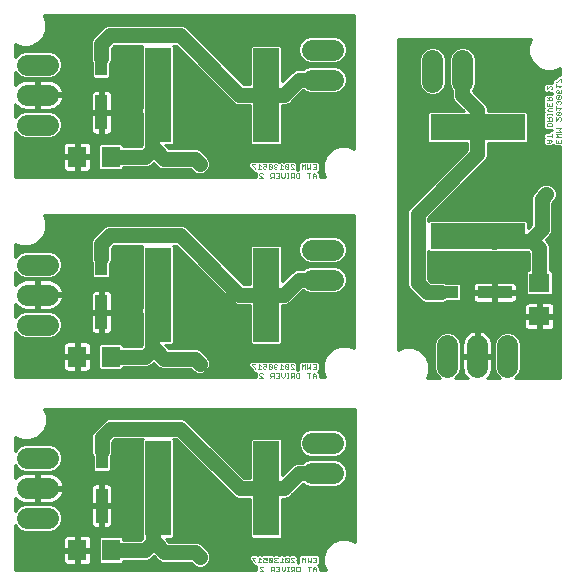
<source format=gbl>
G75*
G70*
%OFA0B0*%
%FSLAX24Y24*%
%IPPOS*%
%LPD*%
%AMOC8*
5,1,8,0,0,1.08239X$1,22.5*
%
%ADD10C,0.0040*%
%ADD11C,0.0709*%
%ADD12R,0.0866X0.3150*%
%ADD13R,0.0630X0.0710*%
%ADD14R,0.0394X0.1181*%
%ADD15R,0.3150X0.0866*%
%ADD16R,0.0710X0.0630*%
%ADD17R,0.1181X0.0394*%
%ADD18C,0.0100*%
%ADD19C,0.0396*%
%ADD20C,0.0500*%
D10*
X009014Y001070D02*
X009014Y001097D01*
X008908Y001203D01*
X008908Y001230D01*
X009014Y001230D01*
X009145Y001230D02*
X009145Y001070D01*
X009198Y001070D02*
X009092Y001070D01*
X009198Y001177D02*
X009145Y001230D01*
X009276Y001230D02*
X009383Y001230D01*
X009383Y001150D01*
X009329Y001177D01*
X009303Y001177D01*
X009276Y001150D01*
X009276Y001097D01*
X009303Y001070D01*
X009356Y001070D01*
X009383Y001097D01*
X009460Y001097D02*
X009487Y001070D01*
X009540Y001070D01*
X009567Y001097D01*
X009460Y001203D01*
X009460Y001097D01*
X009460Y001203D02*
X009487Y001230D01*
X009540Y001230D01*
X009567Y001203D01*
X009567Y001097D01*
X009644Y001097D02*
X009671Y001070D01*
X009724Y001070D01*
X009751Y001097D01*
X009698Y001150D02*
X009671Y001150D01*
X009644Y001123D01*
X009644Y001097D01*
X009671Y001150D02*
X009644Y001177D01*
X009644Y001203D01*
X009671Y001230D01*
X009724Y001230D01*
X009751Y001203D01*
X009882Y001230D02*
X009882Y001070D01*
X009935Y001070D02*
X009828Y001070D01*
X009812Y000930D02*
X009812Y000770D01*
X009706Y000770D01*
X009628Y000770D02*
X009628Y000930D01*
X009548Y000930D01*
X009521Y000903D01*
X009521Y000850D01*
X009548Y000823D01*
X009628Y000823D01*
X009575Y000823D02*
X009521Y000770D01*
X009706Y000930D02*
X009812Y000930D01*
X009890Y000930D02*
X009890Y000823D01*
X009943Y000770D01*
X009996Y000823D01*
X009996Y000930D01*
X010066Y000930D02*
X010119Y000930D01*
X010093Y000930D02*
X010093Y000770D01*
X010119Y000770D02*
X010066Y000770D01*
X010197Y000770D02*
X010250Y000823D01*
X010223Y000823D02*
X010303Y000823D01*
X010303Y000770D02*
X010303Y000930D01*
X010223Y000930D01*
X010197Y000903D01*
X010197Y000850D01*
X010223Y000823D01*
X010381Y000797D02*
X010381Y000903D01*
X010407Y000930D01*
X010488Y000930D01*
X010488Y000770D01*
X010407Y000770D01*
X010381Y000797D01*
X010303Y001070D02*
X010197Y001177D01*
X010197Y001203D01*
X010223Y001230D01*
X010277Y001230D01*
X010303Y001203D01*
X010303Y001070D02*
X010197Y001070D01*
X010119Y001097D02*
X010012Y001203D01*
X010012Y001097D01*
X010039Y001070D01*
X010093Y001070D01*
X010119Y001097D01*
X010119Y001203D01*
X010093Y001230D01*
X010039Y001230D01*
X010012Y001203D01*
X009935Y001177D02*
X009882Y001230D01*
X009812Y000850D02*
X009759Y000850D01*
X009260Y000903D02*
X009233Y000930D01*
X009180Y000930D01*
X009153Y000903D01*
X009153Y000877D01*
X009260Y000770D01*
X009153Y000770D01*
X010565Y001070D02*
X010565Y001230D01*
X010618Y001177D01*
X010672Y001230D01*
X010672Y001070D01*
X010749Y001070D02*
X010749Y001230D01*
X010856Y001230D02*
X010856Y001070D01*
X010802Y001123D01*
X010749Y001070D01*
X010749Y000930D02*
X010856Y000930D01*
X010802Y000930D02*
X010802Y000770D01*
X010933Y000770D02*
X010933Y000877D01*
X010987Y000930D01*
X011040Y000877D01*
X011040Y000770D01*
X011040Y000850D02*
X010933Y000850D01*
X010933Y001070D02*
X011040Y001070D01*
X011040Y001230D01*
X010933Y001230D01*
X010987Y001150D02*
X011040Y001150D01*
X011030Y007220D02*
X011030Y007327D01*
X010977Y007380D01*
X010923Y007327D01*
X010923Y007220D01*
X010923Y007300D02*
X011030Y007300D01*
X010846Y007380D02*
X010739Y007380D01*
X010792Y007380D02*
X010792Y007220D01*
X010739Y007520D02*
X010739Y007680D01*
X010662Y007680D02*
X010608Y007627D01*
X010555Y007680D01*
X010555Y007520D01*
X010662Y007520D02*
X010662Y007680D01*
X010792Y007573D02*
X010739Y007520D01*
X010792Y007573D02*
X010846Y007520D01*
X010846Y007680D01*
X010923Y007680D02*
X011030Y007680D01*
X011030Y007520D01*
X010923Y007520D01*
X010977Y007600D02*
X011030Y007600D01*
X010478Y007380D02*
X010478Y007220D01*
X010397Y007220D01*
X010371Y007247D01*
X010371Y007353D01*
X010397Y007380D01*
X010478Y007380D01*
X010293Y007380D02*
X010293Y007220D01*
X010293Y007273D02*
X010213Y007273D01*
X010187Y007300D01*
X010187Y007353D01*
X010213Y007380D01*
X010293Y007380D01*
X010240Y007273D02*
X010187Y007220D01*
X010109Y007220D02*
X010056Y007220D01*
X010083Y007220D02*
X010083Y007380D01*
X010109Y007380D02*
X010056Y007380D01*
X009986Y007380D02*
X009986Y007273D01*
X009933Y007220D01*
X009880Y007273D01*
X009880Y007380D01*
X009802Y007380D02*
X009802Y007220D01*
X009696Y007220D01*
X009618Y007220D02*
X009618Y007380D01*
X009538Y007380D01*
X009511Y007353D01*
X009511Y007300D01*
X009538Y007273D01*
X009618Y007273D01*
X009565Y007273D02*
X009511Y007220D01*
X009696Y007380D02*
X009802Y007380D01*
X009802Y007300D02*
X009749Y007300D01*
X009714Y007520D02*
X009661Y007520D01*
X009634Y007547D01*
X009634Y007573D01*
X009661Y007600D01*
X009688Y007600D01*
X009661Y007600D02*
X009634Y007627D01*
X009634Y007653D01*
X009661Y007680D01*
X009714Y007680D01*
X009741Y007653D01*
X009741Y007547D02*
X009714Y007520D01*
X009818Y007520D02*
X009925Y007520D01*
X009872Y007520D02*
X009872Y007680D01*
X009925Y007627D01*
X010002Y007653D02*
X010109Y007547D01*
X010083Y007520D01*
X010029Y007520D01*
X010002Y007547D01*
X010002Y007653D01*
X010029Y007680D01*
X010083Y007680D01*
X010109Y007653D01*
X010109Y007547D01*
X010187Y007520D02*
X010293Y007520D01*
X010187Y007627D01*
X010187Y007653D01*
X010213Y007680D01*
X010267Y007680D01*
X010293Y007653D01*
X009557Y007653D02*
X009530Y007680D01*
X009477Y007680D01*
X009450Y007653D01*
X009557Y007547D01*
X009530Y007520D01*
X009477Y007520D01*
X009450Y007547D01*
X009450Y007653D01*
X009373Y007680D02*
X009373Y007600D01*
X009319Y007627D01*
X009293Y007627D01*
X009266Y007600D01*
X009266Y007547D01*
X009293Y007520D01*
X009346Y007520D01*
X009373Y007547D01*
X009373Y007680D02*
X009266Y007680D01*
X009188Y007627D02*
X009135Y007680D01*
X009135Y007520D01*
X009188Y007520D02*
X009082Y007520D01*
X009004Y007520D02*
X009004Y007547D01*
X008898Y007653D01*
X008898Y007680D01*
X009004Y007680D01*
X009170Y007380D02*
X009223Y007380D01*
X009250Y007353D01*
X009170Y007380D02*
X009143Y007353D01*
X009143Y007327D01*
X009250Y007220D01*
X009143Y007220D01*
X009557Y007547D02*
X009557Y007653D01*
X009511Y013880D02*
X009565Y013933D01*
X009538Y013933D02*
X009618Y013933D01*
X009618Y013880D02*
X009618Y014040D01*
X009538Y014040D01*
X009511Y014013D01*
X009511Y013960D01*
X009538Y013933D01*
X009696Y013880D02*
X009802Y013880D01*
X009802Y014040D01*
X009696Y014040D01*
X009749Y013960D02*
X009802Y013960D01*
X009880Y013933D02*
X009880Y014040D01*
X009986Y014040D02*
X009986Y013933D01*
X009933Y013880D01*
X009880Y013933D01*
X010056Y013880D02*
X010109Y013880D01*
X010083Y013880D02*
X010083Y014040D01*
X010109Y014040D02*
X010056Y014040D01*
X010187Y014013D02*
X010187Y013960D01*
X010213Y013933D01*
X010293Y013933D01*
X010293Y013880D02*
X010293Y014040D01*
X010213Y014040D01*
X010187Y014013D01*
X010240Y013933D02*
X010187Y013880D01*
X010371Y013907D02*
X010371Y014013D01*
X010397Y014040D01*
X010478Y014040D01*
X010478Y013880D01*
X010397Y013880D01*
X010371Y013907D01*
X010293Y014180D02*
X010187Y014287D01*
X010187Y014313D01*
X010213Y014340D01*
X010267Y014340D01*
X010293Y014313D01*
X010293Y014180D02*
X010187Y014180D01*
X010109Y014207D02*
X010002Y014313D01*
X010002Y014207D01*
X010029Y014180D01*
X010083Y014180D01*
X010109Y014207D01*
X010109Y014313D01*
X010083Y014340D01*
X010029Y014340D01*
X010002Y014313D01*
X009925Y014287D02*
X009872Y014340D01*
X009872Y014180D01*
X009925Y014180D02*
X009818Y014180D01*
X009741Y014207D02*
X009714Y014180D01*
X009661Y014180D01*
X009634Y014207D01*
X009634Y014233D01*
X009661Y014260D01*
X009688Y014260D01*
X009661Y014260D02*
X009634Y014287D01*
X009634Y014313D01*
X009661Y014340D01*
X009714Y014340D01*
X009741Y014313D01*
X009557Y014313D02*
X009557Y014207D01*
X009450Y014313D01*
X009450Y014207D01*
X009477Y014180D01*
X009530Y014180D01*
X009557Y014207D01*
X009557Y014313D02*
X009530Y014340D01*
X009477Y014340D01*
X009450Y014313D01*
X009373Y014340D02*
X009373Y014260D01*
X009319Y014287D01*
X009293Y014287D01*
X009266Y014260D01*
X009266Y014207D01*
X009293Y014180D01*
X009346Y014180D01*
X009373Y014207D01*
X009373Y014340D02*
X009266Y014340D01*
X009188Y014287D02*
X009135Y014340D01*
X009135Y014180D01*
X009188Y014180D02*
X009082Y014180D01*
X009004Y014180D02*
X009004Y014207D01*
X008898Y014313D01*
X008898Y014340D01*
X009004Y014340D01*
X009170Y014040D02*
X009223Y014040D01*
X009250Y014013D01*
X009170Y014040D02*
X009143Y014013D01*
X009143Y013987D01*
X009250Y013880D01*
X009143Y013880D01*
X010555Y014180D02*
X010555Y014340D01*
X010608Y014287D01*
X010662Y014340D01*
X010662Y014180D01*
X010739Y014180D02*
X010739Y014340D01*
X010846Y014340D02*
X010846Y014180D01*
X010792Y014233D01*
X010739Y014180D01*
X010739Y014040D02*
X010846Y014040D01*
X010792Y014040D02*
X010792Y013880D01*
X010923Y013880D02*
X010923Y013987D01*
X010977Y014040D01*
X011030Y013987D01*
X011030Y013880D01*
X011030Y013960D02*
X010923Y013960D01*
X010923Y014180D02*
X011030Y014180D01*
X011030Y014340D01*
X010923Y014340D01*
X010977Y014260D02*
X011030Y014260D01*
X018730Y015060D02*
X018837Y015060D01*
X018890Y015113D01*
X018837Y015167D01*
X018730Y015167D01*
X018810Y015167D02*
X018810Y015060D01*
X018890Y015244D02*
X018890Y015351D01*
X018890Y015298D02*
X018730Y015298D01*
X018730Y015613D02*
X018730Y015693D01*
X018757Y015719D01*
X018863Y015719D01*
X018890Y015693D01*
X018890Y015613D01*
X018730Y015613D01*
X018730Y015797D02*
X018890Y015797D01*
X018890Y015877D01*
X018863Y015903D01*
X018810Y015903D01*
X018783Y015877D01*
X018783Y015797D01*
X018783Y015850D02*
X018730Y015903D01*
X018730Y015981D02*
X018730Y016034D01*
X018730Y016008D02*
X018890Y016008D01*
X018890Y016034D02*
X018890Y015981D01*
X018890Y016104D02*
X018783Y016104D01*
X018730Y016157D01*
X018783Y016210D01*
X018890Y016210D01*
X018890Y016288D02*
X018730Y016288D01*
X018730Y016395D01*
X018730Y016472D02*
X018890Y016472D01*
X018890Y016552D01*
X018863Y016579D01*
X018810Y016579D01*
X018783Y016552D01*
X018783Y016472D01*
X018783Y016525D02*
X018730Y016579D01*
X018890Y016395D02*
X018890Y016288D01*
X018810Y016288D02*
X018810Y016341D01*
X019030Y016376D02*
X019057Y016349D01*
X019030Y016376D02*
X019030Y016429D01*
X019057Y016456D01*
X019083Y016456D01*
X019110Y016429D01*
X019110Y016403D01*
X019110Y016429D02*
X019137Y016456D01*
X019163Y016456D01*
X019190Y016429D01*
X019190Y016376D01*
X019163Y016349D01*
X019190Y016218D02*
X019030Y016218D01*
X019030Y016165D02*
X019030Y016272D01*
X019137Y016165D02*
X019190Y016218D01*
X019163Y016088D02*
X019057Y015981D01*
X019030Y016008D01*
X019030Y016061D01*
X019057Y016088D01*
X019163Y016088D01*
X019190Y016061D01*
X019190Y016008D01*
X019163Y015981D01*
X019057Y015981D01*
X019030Y015903D02*
X019030Y015797D01*
X019137Y015903D01*
X019163Y015903D01*
X019190Y015877D01*
X019190Y015823D01*
X019163Y015797D01*
X019190Y015535D02*
X019030Y015535D01*
X019030Y015428D02*
X019190Y015428D01*
X019137Y015482D01*
X019190Y015535D01*
X019190Y015351D02*
X019030Y015351D01*
X019083Y015298D01*
X019030Y015244D01*
X019190Y015244D01*
X019190Y015167D02*
X019190Y015060D01*
X019030Y015060D01*
X019030Y015167D01*
X019110Y015113D02*
X019110Y015060D01*
X019057Y016533D02*
X019163Y016640D01*
X019057Y016640D01*
X019030Y016613D01*
X019030Y016560D01*
X019057Y016533D01*
X019163Y016533D01*
X019190Y016560D01*
X019190Y016613D01*
X019163Y016640D01*
X019190Y016718D02*
X019110Y016718D01*
X019137Y016771D01*
X019137Y016798D01*
X019110Y016824D01*
X019057Y016824D01*
X019030Y016798D01*
X019030Y016744D01*
X019057Y016718D01*
X019190Y016718D02*
X019190Y016824D01*
X019137Y016902D02*
X019190Y016955D01*
X019030Y016955D01*
X019030Y016902D02*
X019030Y017008D01*
X019030Y017086D02*
X019057Y017086D01*
X019163Y017193D01*
X019190Y017193D01*
X019190Y017086D01*
X018890Y016920D02*
X018890Y016867D01*
X018863Y016840D01*
X018890Y016920D02*
X018863Y016947D01*
X018837Y016947D01*
X018730Y016840D01*
X018730Y016947D01*
D11*
X015910Y017096D02*
X015910Y017804D01*
X014910Y017804D02*
X014910Y017096D01*
X011604Y017160D02*
X010896Y017160D01*
X010896Y018160D02*
X011604Y018160D01*
X011604Y011500D02*
X010896Y011500D01*
X010896Y010500D02*
X011604Y010500D01*
X015410Y008304D02*
X015410Y007596D01*
X016410Y007596D02*
X016410Y008304D01*
X017410Y008304D02*
X017410Y007596D01*
X011614Y005050D02*
X010906Y005050D01*
X010906Y004050D02*
X011614Y004050D01*
X002114Y003550D02*
X001406Y003550D01*
X001406Y002550D02*
X002114Y002550D01*
X002114Y004550D02*
X001406Y004550D01*
X001396Y009000D02*
X002104Y009000D01*
X002104Y010000D02*
X001396Y010000D01*
X001396Y011000D02*
X002104Y011000D01*
X002104Y015660D02*
X001396Y015660D01*
X001396Y016660D02*
X002104Y016660D01*
X002104Y017660D02*
X001396Y017660D01*
D12*
X005749Y016650D03*
X009371Y016650D03*
X009371Y009990D03*
X005749Y009990D03*
X005759Y003540D03*
X009381Y003540D03*
D13*
X004200Y001484D03*
X003080Y001484D03*
X003070Y007934D03*
X004190Y007934D03*
X004190Y014594D03*
X003070Y014594D03*
D14*
X003876Y016074D03*
X003876Y017886D03*
X003876Y011226D03*
X003876Y009414D03*
X003886Y004776D03*
X003886Y002964D03*
D15*
X016420Y011949D03*
X016420Y015571D03*
D16*
X018476Y010390D03*
X018476Y009270D03*
D17*
X016996Y010076D03*
X015184Y010076D03*
D18*
X001015Y002306D02*
X001015Y000805D01*
X009033Y000805D01*
X009033Y000820D01*
X009037Y000823D01*
X009033Y000827D01*
X009033Y000950D01*
X008965Y000950D01*
X008894Y001020D01*
X008894Y001047D01*
X008788Y001154D01*
X008788Y001280D01*
X008858Y001350D01*
X009064Y001350D01*
X009080Y001334D01*
X009095Y001350D01*
X009195Y001350D01*
X009210Y001334D01*
X009226Y001350D01*
X009432Y001350D01*
X009435Y001348D01*
X009437Y001350D01*
X009590Y001350D01*
X009605Y001334D01*
X009621Y001350D01*
X009774Y001350D01*
X009803Y001321D01*
X009832Y001350D01*
X009931Y001350D01*
X009960Y001321D01*
X009963Y001323D01*
X009989Y001350D01*
X010142Y001350D01*
X010158Y001334D01*
X010174Y001350D01*
X010326Y001350D01*
X010423Y001253D01*
X010423Y001154D01*
X010406Y001137D01*
X010423Y001120D01*
X010423Y001050D01*
X010445Y001050D01*
X010445Y001280D01*
X010480Y001314D01*
X010515Y001350D01*
X010615Y001350D01*
X010618Y001346D01*
X010622Y001350D01*
X010799Y001350D01*
X010802Y001346D01*
X010806Y001350D01*
X011090Y001350D01*
X011160Y001280D01*
X011160Y001020D01*
X011113Y000973D01*
X011160Y000926D01*
X011160Y000805D01*
X011351Y000805D01*
X011265Y001012D01*
X011265Y001288D01*
X011371Y001544D01*
X011566Y001739D01*
X011822Y001845D01*
X012098Y001845D01*
X012316Y001755D01*
X012316Y006201D01*
X001967Y006201D01*
X002055Y005988D01*
X002055Y005712D01*
X001949Y005456D01*
X001754Y005261D01*
X001498Y005155D01*
X001222Y005155D01*
X001015Y005241D01*
X001015Y004794D01*
X001021Y004807D01*
X001148Y004935D01*
X001315Y005004D01*
X002205Y005004D01*
X002372Y004935D01*
X002499Y004807D01*
X002569Y004640D01*
X002569Y004460D01*
X002499Y004293D01*
X002372Y004165D01*
X002205Y004096D01*
X001315Y004096D01*
X001148Y004165D01*
X001021Y004293D01*
X001015Y004306D01*
X001015Y003870D01*
X001021Y003879D01*
X001077Y003935D01*
X001141Y003981D01*
X001212Y004017D01*
X001288Y004042D01*
X001366Y004054D01*
X001710Y004054D01*
X001710Y003600D01*
X001810Y003600D01*
X001810Y004054D01*
X002154Y004054D01*
X002232Y004042D01*
X002308Y004017D01*
X002379Y003981D01*
X002443Y003935D01*
X002499Y003879D01*
X002546Y003814D01*
X002582Y003744D01*
X002606Y003668D01*
X002617Y003600D01*
X001810Y003600D01*
X001810Y003500D01*
X002617Y003500D01*
X002606Y003432D01*
X002582Y003356D01*
X002546Y003286D01*
X002499Y003221D01*
X002443Y003165D01*
X002379Y003119D01*
X002308Y003083D01*
X002232Y003058D01*
X002154Y003046D01*
X001810Y003046D01*
X001810Y003500D01*
X001710Y003500D01*
X001710Y003046D01*
X001366Y003046D01*
X001288Y003058D01*
X001212Y003083D01*
X001141Y003119D01*
X001077Y003165D01*
X001021Y003221D01*
X001015Y003230D01*
X001015Y002794D01*
X001021Y002807D01*
X001148Y002935D01*
X001315Y003004D01*
X002205Y003004D01*
X002372Y002935D01*
X002499Y002807D01*
X002569Y002640D01*
X002569Y002460D01*
X002499Y002293D01*
X002372Y002165D01*
X002205Y002096D01*
X001315Y002096D01*
X001148Y002165D01*
X001021Y002293D01*
X001015Y002306D01*
X001015Y002219D02*
X001095Y002219D01*
X001015Y002120D02*
X001257Y002120D01*
X001015Y002022D02*
X005226Y002022D01*
X005226Y002120D02*
X002263Y002120D01*
X002425Y002219D02*
X005226Y002219D01*
X005226Y002317D02*
X004222Y002317D01*
X004222Y002316D02*
X004232Y002354D01*
X004232Y002916D01*
X003934Y002916D01*
X003934Y002224D01*
X004102Y002224D01*
X004140Y002234D01*
X004175Y002254D01*
X004202Y002282D01*
X004222Y002316D01*
X004232Y002416D02*
X005226Y002416D01*
X005226Y002514D02*
X004232Y002514D01*
X004232Y002613D02*
X005226Y002613D01*
X005226Y002711D02*
X004232Y002711D01*
X004232Y002810D02*
X005226Y002810D01*
X005226Y002908D02*
X004232Y002908D01*
X004232Y003013D02*
X004232Y003575D01*
X004222Y003613D01*
X004202Y003647D01*
X004175Y003675D01*
X004140Y003695D01*
X004102Y003705D01*
X003934Y003705D01*
X003934Y003013D01*
X003837Y003013D01*
X003837Y002916D01*
X003539Y002916D01*
X003539Y002354D01*
X003549Y002316D01*
X003569Y002282D01*
X003597Y002254D01*
X003631Y002234D01*
X003669Y002224D01*
X003837Y002224D01*
X003837Y002916D01*
X003934Y002916D01*
X003934Y003013D01*
X004232Y003013D01*
X004232Y003105D02*
X005226Y003105D01*
X005226Y003094D02*
X005220Y003080D01*
X005220Y002940D01*
X005226Y002926D01*
X005226Y001924D01*
X005240Y001910D01*
X005240Y001871D01*
X005203Y001834D01*
X004615Y001834D01*
X004615Y001881D01*
X004556Y001939D01*
X003843Y001939D01*
X003785Y001881D01*
X003785Y001088D01*
X003843Y001029D01*
X004556Y001029D01*
X004615Y001088D01*
X004615Y001134D01*
X005418Y001134D01*
X005546Y001188D01*
X005628Y001270D01*
X005683Y001213D01*
X005684Y001211D01*
X005732Y001163D01*
X005779Y001115D01*
X005781Y001114D01*
X005783Y001112D01*
X005845Y001087D01*
X005907Y001060D01*
X005909Y001060D01*
X005911Y001059D01*
X005979Y001059D01*
X006046Y001058D01*
X006048Y001059D01*
X006856Y001059D01*
X006962Y000953D01*
X007090Y000900D01*
X007230Y000900D01*
X007358Y000953D01*
X007457Y001052D01*
X007510Y001180D01*
X007510Y001320D01*
X007457Y001448D01*
X007298Y001607D01*
X007199Y001706D01*
X007071Y001759D01*
X006129Y001759D01*
X006025Y001865D01*
X006233Y001865D01*
X006292Y001924D01*
X006292Y005156D01*
X006268Y005180D01*
X006365Y005180D01*
X008193Y003352D01*
X008292Y003253D01*
X008420Y003200D01*
X008848Y003200D01*
X008848Y001924D01*
X008907Y001865D01*
X009856Y001865D01*
X009914Y001924D01*
X009914Y003199D01*
X009963Y003200D01*
X010030Y003200D01*
X010033Y003201D01*
X010036Y003201D01*
X010097Y003228D01*
X010158Y003253D01*
X010160Y003256D01*
X010163Y003257D01*
X010210Y003305D01*
X010605Y003700D01*
X010613Y003700D01*
X010648Y003665D01*
X010815Y003596D01*
X011705Y003596D01*
X011872Y003665D01*
X011999Y003793D01*
X012069Y003960D01*
X012069Y004140D01*
X011999Y004307D01*
X011872Y004435D01*
X011705Y004504D01*
X010815Y004504D01*
X010648Y004435D01*
X010613Y004400D01*
X010390Y004400D01*
X010262Y004347D01*
X009914Y003999D01*
X009914Y005156D01*
X009856Y005215D01*
X008907Y005215D01*
X008848Y005156D01*
X008848Y003900D01*
X008635Y003900D01*
X006807Y005728D01*
X006708Y005827D01*
X006580Y005880D01*
X004110Y005880D01*
X003982Y005827D01*
X003883Y005728D01*
X003589Y005434D01*
X003536Y005305D01*
X003536Y004706D01*
X003589Y004578D01*
X003589Y004144D01*
X003647Y004085D01*
X004124Y004085D01*
X004182Y004144D01*
X004182Y004578D01*
X004236Y004706D01*
X004236Y005091D01*
X004325Y005180D01*
X005250Y005180D01*
X005226Y005156D01*
X005226Y003094D01*
X005220Y003007D02*
X003934Y003007D01*
X003837Y003007D02*
X001015Y003007D01*
X001015Y003105D02*
X001168Y003105D01*
X001039Y003204D02*
X001015Y003204D01*
X001015Y002908D02*
X001121Y002908D01*
X001023Y002810D02*
X001015Y002810D01*
X001710Y003105D02*
X001810Y003105D01*
X001810Y003204D02*
X001710Y003204D01*
X001710Y003302D02*
X001810Y003302D01*
X001810Y003401D02*
X001710Y003401D01*
X001710Y003499D02*
X001810Y003499D01*
X001810Y003598D02*
X003545Y003598D01*
X003549Y003613D02*
X003539Y003575D01*
X003539Y003013D01*
X003837Y003013D01*
X003837Y003705D01*
X003669Y003705D01*
X003631Y003695D01*
X003597Y003675D01*
X003569Y003647D01*
X003549Y003613D01*
X003539Y003499D02*
X002617Y003499D01*
X002596Y003401D02*
X003539Y003401D01*
X003539Y003302D02*
X002554Y003302D01*
X002481Y003204D02*
X003539Y003204D01*
X003539Y003105D02*
X002352Y003105D01*
X002399Y002908D02*
X003539Y002908D01*
X003539Y002810D02*
X002497Y002810D01*
X002539Y002711D02*
X003539Y002711D01*
X003539Y002613D02*
X002569Y002613D01*
X002569Y002514D02*
X003539Y002514D01*
X003539Y002416D02*
X002550Y002416D01*
X002510Y002317D02*
X003549Y002317D01*
X003837Y002317D02*
X003934Y002317D01*
X003934Y002416D02*
X003837Y002416D01*
X003837Y002514D02*
X003934Y002514D01*
X003934Y002613D02*
X003837Y002613D01*
X003837Y002711D02*
X003934Y002711D01*
X003934Y002810D02*
X003837Y002810D01*
X003837Y002908D02*
X003934Y002908D01*
X003934Y003105D02*
X003837Y003105D01*
X003837Y003204D02*
X003934Y003204D01*
X003934Y003302D02*
X003837Y003302D01*
X003837Y003401D02*
X003934Y003401D01*
X003934Y003499D02*
X003837Y003499D01*
X003837Y003598D02*
X003934Y003598D01*
X003934Y003696D02*
X003837Y003696D01*
X003635Y003696D02*
X002597Y003696D01*
X002556Y003795D02*
X005226Y003795D01*
X005226Y003893D02*
X002485Y003893D01*
X002359Y003992D02*
X005226Y003992D01*
X005226Y004090D02*
X004129Y004090D01*
X004182Y004189D02*
X005226Y004189D01*
X005226Y004287D02*
X004182Y004287D01*
X004182Y004386D02*
X005226Y004386D01*
X005226Y004484D02*
X004182Y004484D01*
X004184Y004583D02*
X005226Y004583D01*
X005226Y004681D02*
X004225Y004681D01*
X004236Y004780D02*
X005226Y004780D01*
X005226Y004878D02*
X004236Y004878D01*
X004236Y004977D02*
X005226Y004977D01*
X005226Y005075D02*
X004236Y005075D01*
X004318Y005174D02*
X005243Y005174D01*
X004069Y005863D02*
X002055Y005863D01*
X002055Y005765D02*
X003920Y005765D01*
X003821Y005666D02*
X002036Y005666D01*
X001995Y005568D02*
X003723Y005568D01*
X003624Y005469D02*
X001954Y005469D01*
X001863Y005371D02*
X003563Y005371D01*
X003536Y005272D02*
X001765Y005272D01*
X001543Y005174D02*
X003536Y005174D01*
X003536Y005075D02*
X001015Y005075D01*
X001015Y004977D02*
X001248Y004977D01*
X001091Y004878D02*
X001015Y004878D01*
X001015Y005174D02*
X001177Y005174D01*
X001026Y004287D02*
X001015Y004287D01*
X001015Y004189D02*
X001125Y004189D01*
X001015Y004090D02*
X003642Y004090D01*
X003589Y004189D02*
X002395Y004189D01*
X002494Y004287D02*
X003589Y004287D01*
X003589Y004386D02*
X002538Y004386D01*
X002569Y004484D02*
X003589Y004484D01*
X003587Y004583D02*
X002569Y004583D01*
X002552Y004681D02*
X003546Y004681D01*
X003536Y004780D02*
X002511Y004780D01*
X002429Y004878D02*
X003536Y004878D01*
X003536Y004977D02*
X002272Y004977D01*
X002055Y005962D02*
X012316Y005962D01*
X012316Y006060D02*
X002025Y006060D01*
X001984Y006159D02*
X012316Y006159D01*
X012316Y005863D02*
X006621Y005863D01*
X006770Y005765D02*
X012316Y005765D01*
X012316Y005666D02*
X006869Y005666D01*
X006807Y005728D02*
X006807Y005728D01*
X006967Y005568D02*
X012316Y005568D01*
X012316Y005469D02*
X011790Y005469D01*
X011872Y005435D02*
X011705Y005504D01*
X010815Y005504D01*
X010648Y005435D01*
X010521Y005307D01*
X010451Y005140D01*
X010451Y004960D01*
X010521Y004793D01*
X010648Y004665D01*
X010815Y004596D01*
X011705Y004596D01*
X011872Y004665D01*
X011999Y004793D01*
X012069Y004960D01*
X012069Y005140D01*
X011999Y005307D01*
X011872Y005435D01*
X011936Y005371D02*
X012316Y005371D01*
X012316Y005272D02*
X012014Y005272D01*
X012055Y005174D02*
X012316Y005174D01*
X012316Y005075D02*
X012069Y005075D01*
X012069Y004977D02*
X012316Y004977D01*
X012316Y004878D02*
X012035Y004878D01*
X011986Y004780D02*
X012316Y004780D01*
X012316Y004681D02*
X011888Y004681D01*
X011754Y004484D02*
X012316Y004484D01*
X012316Y004386D02*
X011921Y004386D01*
X012008Y004287D02*
X012316Y004287D01*
X012316Y004189D02*
X012049Y004189D01*
X012069Y004090D02*
X012316Y004090D01*
X012316Y003992D02*
X012069Y003992D01*
X012041Y003893D02*
X012316Y003893D01*
X012316Y003795D02*
X012000Y003795D01*
X011903Y003696D02*
X012316Y003696D01*
X012316Y003598D02*
X011709Y003598D01*
X012316Y003499D02*
X010404Y003499D01*
X010502Y003598D02*
X010811Y003598D01*
X010617Y003696D02*
X010601Y003696D01*
X010305Y003401D02*
X012316Y003401D01*
X012316Y003302D02*
X010207Y003302D01*
X010041Y003204D02*
X012316Y003204D01*
X012316Y003105D02*
X009914Y003105D01*
X009914Y003007D02*
X012316Y003007D01*
X012316Y002908D02*
X009914Y002908D01*
X009914Y002810D02*
X012316Y002810D01*
X012316Y002711D02*
X009914Y002711D01*
X009914Y002613D02*
X012316Y002613D01*
X012316Y002514D02*
X009914Y002514D01*
X009914Y002416D02*
X012316Y002416D01*
X012316Y002317D02*
X009914Y002317D01*
X009914Y002219D02*
X012316Y002219D01*
X012316Y002120D02*
X009914Y002120D01*
X009914Y002022D02*
X012316Y002022D01*
X012316Y001923D02*
X009913Y001923D01*
X009950Y001332D02*
X009971Y001332D01*
X009814Y001332D02*
X009792Y001332D01*
X010345Y001332D02*
X010497Y001332D01*
X010445Y001234D02*
X010423Y001234D01*
X010408Y001135D02*
X010445Y001135D01*
X011108Y001332D02*
X011283Y001332D01*
X011265Y001234D02*
X011160Y001234D01*
X011160Y001135D02*
X011265Y001135D01*
X011265Y001037D02*
X011160Y001037D01*
X011148Y000938D02*
X011296Y000938D01*
X011336Y000840D02*
X011160Y000840D01*
X011324Y001431D02*
X007464Y001431D01*
X007505Y001332D02*
X008840Y001332D01*
X008788Y001234D02*
X007510Y001234D01*
X007491Y001135D02*
X008806Y001135D01*
X008894Y001037D02*
X007441Y001037D01*
X007321Y000938D02*
X009033Y000938D01*
X009033Y000840D02*
X001015Y000840D01*
X001015Y000938D02*
X006999Y000938D01*
X006879Y001037D02*
X004563Y001037D01*
X003836Y001037D02*
X003514Y001037D01*
X003515Y001037D02*
X003535Y001072D01*
X003545Y001110D01*
X003545Y001434D01*
X003130Y001434D01*
X003130Y000979D01*
X003415Y000979D01*
X003453Y000990D01*
X003487Y001009D01*
X003515Y001037D01*
X003545Y001135D02*
X003785Y001135D01*
X003785Y001234D02*
X003545Y001234D01*
X003545Y001332D02*
X003785Y001332D01*
X003785Y001431D02*
X003545Y001431D01*
X003545Y001534D02*
X003545Y001859D01*
X003535Y001897D01*
X003515Y001931D01*
X003487Y001959D01*
X003453Y001979D01*
X003415Y001989D01*
X003130Y001989D01*
X003130Y001534D01*
X003545Y001534D01*
X003545Y001628D02*
X003785Y001628D01*
X003785Y001726D02*
X003545Y001726D01*
X003545Y001825D02*
X003785Y001825D01*
X003827Y001923D02*
X003520Y001923D01*
X003130Y001923D02*
X003030Y001923D01*
X003030Y001989D02*
X002745Y001989D01*
X002707Y001979D01*
X002673Y001959D01*
X002645Y001931D01*
X002625Y001897D01*
X002615Y001859D01*
X002615Y001534D01*
X003030Y001534D01*
X003030Y001434D01*
X003130Y001434D01*
X003130Y001534D01*
X003030Y001534D01*
X003030Y001989D01*
X003030Y001825D02*
X003130Y001825D01*
X003130Y001726D02*
X003030Y001726D01*
X003030Y001628D02*
X003130Y001628D01*
X003130Y001529D02*
X003785Y001529D01*
X003130Y001431D02*
X003030Y001431D01*
X003030Y001434D02*
X003030Y000979D01*
X002745Y000979D01*
X002707Y000990D01*
X002673Y001009D01*
X002645Y001037D01*
X002625Y001072D01*
X002615Y001110D01*
X002615Y001434D01*
X003030Y001434D01*
X003030Y001529D02*
X001015Y001529D01*
X001015Y001431D02*
X002615Y001431D01*
X002615Y001332D02*
X001015Y001332D01*
X001015Y001234D02*
X002615Y001234D01*
X002615Y001135D02*
X001015Y001135D01*
X001015Y001037D02*
X002646Y001037D01*
X003030Y001037D02*
X003130Y001037D01*
X003130Y001135D02*
X003030Y001135D01*
X003030Y001234D02*
X003130Y001234D01*
X003130Y001332D02*
X003030Y001332D01*
X002615Y001628D02*
X001015Y001628D01*
X001015Y001726D02*
X002615Y001726D01*
X002615Y001825D02*
X001015Y001825D01*
X001015Y001923D02*
X002640Y001923D01*
X004232Y003204D02*
X005226Y003204D01*
X005226Y003302D02*
X004232Y003302D01*
X004232Y003401D02*
X005226Y003401D01*
X005226Y003499D02*
X004232Y003499D01*
X004226Y003598D02*
X005226Y003598D01*
X005226Y003696D02*
X004136Y003696D01*
X004573Y001923D02*
X005227Y001923D01*
X005592Y001234D02*
X005663Y001234D01*
X005759Y001135D02*
X005419Y001135D01*
X006065Y001825D02*
X011772Y001825D01*
X011553Y001726D02*
X007150Y001726D01*
X007277Y001628D02*
X011455Y001628D01*
X011365Y001529D02*
X007376Y001529D01*
X006291Y001923D02*
X008849Y001923D01*
X008848Y002022D02*
X006292Y002022D01*
X006292Y002120D02*
X008848Y002120D01*
X008848Y002219D02*
X006292Y002219D01*
X006292Y002317D02*
X008848Y002317D01*
X008848Y002416D02*
X006292Y002416D01*
X006292Y002514D02*
X008848Y002514D01*
X008848Y002613D02*
X006292Y002613D01*
X006292Y002711D02*
X008848Y002711D01*
X008848Y002810D02*
X006292Y002810D01*
X006292Y002908D02*
X008848Y002908D01*
X008848Y003007D02*
X006292Y003007D01*
X006292Y003105D02*
X008848Y003105D01*
X008412Y003204D02*
X006292Y003204D01*
X006292Y003302D02*
X008243Y003302D01*
X008193Y003352D02*
X008193Y003352D01*
X008145Y003401D02*
X006292Y003401D01*
X006292Y003499D02*
X008046Y003499D01*
X007948Y003598D02*
X006292Y003598D01*
X006292Y003696D02*
X007849Y003696D01*
X007751Y003795D02*
X006292Y003795D01*
X006292Y003893D02*
X007652Y003893D01*
X007554Y003992D02*
X006292Y003992D01*
X006292Y004090D02*
X007455Y004090D01*
X007357Y004189D02*
X006292Y004189D01*
X006292Y004287D02*
X007258Y004287D01*
X007160Y004386D02*
X006292Y004386D01*
X006292Y004484D02*
X007061Y004484D01*
X006963Y004583D02*
X006292Y004583D01*
X006292Y004681D02*
X006864Y004681D01*
X006766Y004780D02*
X006292Y004780D01*
X006292Y004878D02*
X006667Y004878D01*
X006569Y004977D02*
X006292Y004977D01*
X006292Y005075D02*
X006470Y005075D01*
X006372Y005174D02*
X006275Y005174D01*
X007066Y005469D02*
X010730Y005469D01*
X010584Y005371D02*
X007164Y005371D01*
X007263Y005272D02*
X010506Y005272D01*
X010465Y005174D02*
X009897Y005174D01*
X009914Y005075D02*
X010451Y005075D01*
X010451Y004977D02*
X009914Y004977D01*
X009914Y004878D02*
X010485Y004878D01*
X010534Y004780D02*
X009914Y004780D01*
X009914Y004681D02*
X010632Y004681D01*
X010766Y004484D02*
X009914Y004484D01*
X009914Y004386D02*
X010355Y004386D01*
X010202Y004287D02*
X009914Y004287D01*
X009914Y004189D02*
X010104Y004189D01*
X010005Y004090D02*
X009914Y004090D01*
X009914Y004583D02*
X012316Y004583D01*
X011341Y007255D02*
X011150Y007255D01*
X011150Y007376D01*
X011109Y007417D01*
X011103Y007423D01*
X011150Y007470D01*
X011150Y007730D01*
X011080Y007800D01*
X010796Y007800D01*
X010792Y007796D01*
X010789Y007800D01*
X010612Y007800D01*
X010608Y007796D01*
X010605Y007800D01*
X010505Y007800D01*
X010470Y007764D01*
X010435Y007730D01*
X010435Y007500D01*
X010413Y007500D01*
X010413Y007570D01*
X010396Y007587D01*
X010413Y007604D01*
X010413Y007703D01*
X010316Y007800D01*
X010164Y007800D01*
X010148Y007784D01*
X010132Y007800D01*
X009979Y007800D01*
X009953Y007773D01*
X009953Y007773D01*
X009950Y007771D01*
X009921Y007800D01*
X009822Y007800D01*
X009793Y007771D01*
X009764Y007800D01*
X009611Y007800D01*
X009595Y007784D01*
X009580Y007800D01*
X009427Y007800D01*
X009425Y007798D01*
X009422Y007800D01*
X009216Y007800D01*
X009200Y007784D01*
X009185Y007800D01*
X009085Y007800D01*
X009070Y007784D01*
X009054Y007800D01*
X008848Y007800D01*
X008778Y007730D01*
X008778Y007604D01*
X008884Y007497D01*
X008884Y007470D01*
X008955Y007400D01*
X009023Y007400D01*
X009023Y007277D01*
X009027Y007273D01*
X009023Y007270D01*
X009023Y007255D01*
X001005Y007255D01*
X001005Y008756D01*
X001011Y008743D01*
X001138Y008615D01*
X001305Y008546D01*
X002195Y008546D01*
X002362Y008615D01*
X002489Y008743D01*
X002559Y008910D01*
X002559Y009090D01*
X002489Y009257D01*
X002362Y009385D01*
X002195Y009454D01*
X001305Y009454D01*
X001138Y009385D01*
X001011Y009257D01*
X001005Y009244D01*
X001005Y009680D01*
X001011Y009671D01*
X001067Y009615D01*
X001131Y009569D01*
X001202Y009533D01*
X001278Y009508D01*
X001356Y009496D01*
X001700Y009496D01*
X001700Y009950D01*
X001800Y009950D01*
X001800Y010050D01*
X001700Y010050D01*
X001700Y010504D01*
X001356Y010504D01*
X001278Y010492D01*
X001202Y010467D01*
X001131Y010431D01*
X001067Y010385D01*
X001011Y010329D01*
X001005Y010320D01*
X001005Y010756D01*
X001011Y010743D01*
X001138Y010615D01*
X001305Y010546D01*
X002195Y010546D01*
X002362Y010615D01*
X002489Y010743D01*
X002559Y010910D01*
X002559Y011090D01*
X002489Y011257D01*
X002362Y011385D01*
X002195Y011454D01*
X001305Y011454D01*
X001138Y011385D01*
X001011Y011257D01*
X001005Y011244D01*
X001005Y011691D01*
X001212Y011605D01*
X001488Y011605D01*
X001744Y011711D01*
X001939Y011906D01*
X002045Y012162D01*
X002045Y012438D01*
X001957Y012651D01*
X012306Y012651D01*
X012306Y008205D01*
X012088Y008295D01*
X011812Y008295D01*
X011556Y008189D01*
X011361Y007994D01*
X011255Y007738D01*
X011255Y007462D01*
X011341Y007255D01*
X011305Y007341D02*
X011150Y007341D01*
X011119Y007439D02*
X011264Y007439D01*
X011255Y007538D02*
X011150Y007538D01*
X011150Y007636D02*
X011255Y007636D01*
X011255Y007735D02*
X011145Y007735D01*
X011294Y007833D02*
X007474Y007833D01*
X007500Y007770D02*
X007447Y007898D01*
X007288Y008057D01*
X007189Y008156D01*
X007061Y008209D01*
X006119Y008209D01*
X006015Y008315D01*
X006223Y008315D01*
X006282Y008374D01*
X006282Y011606D01*
X006258Y011630D01*
X006355Y011630D01*
X008183Y009802D01*
X008282Y009703D01*
X008410Y009650D01*
X008838Y009650D01*
X008838Y008374D01*
X008897Y008315D01*
X009846Y008315D01*
X009904Y008374D01*
X009904Y009649D01*
X009953Y009650D01*
X010020Y009650D01*
X010023Y009651D01*
X010026Y009651D01*
X010087Y009678D01*
X010148Y009703D01*
X010150Y009706D01*
X010153Y009707D01*
X010200Y009755D01*
X010595Y010150D01*
X010603Y010150D01*
X010638Y010115D01*
X010805Y010046D01*
X011695Y010046D01*
X011862Y010115D01*
X011989Y010243D01*
X012059Y010410D01*
X012059Y010590D01*
X011989Y010757D01*
X011862Y010885D01*
X011695Y010954D01*
X010805Y010954D01*
X010638Y010885D01*
X010603Y010850D01*
X010380Y010850D01*
X010252Y010797D01*
X009904Y010449D01*
X009904Y011606D01*
X009846Y011665D01*
X008897Y011665D01*
X008838Y011606D01*
X008838Y010350D01*
X008625Y010350D01*
X006698Y012277D01*
X006570Y012330D01*
X004100Y012330D01*
X003972Y012277D01*
X003873Y012178D01*
X003579Y011884D01*
X003526Y011755D01*
X003526Y011156D01*
X003579Y011028D01*
X003579Y010594D01*
X003637Y010535D01*
X004114Y010535D01*
X004172Y010594D01*
X004172Y011028D01*
X004226Y011156D01*
X004226Y011541D01*
X004315Y011630D01*
X005240Y011630D01*
X005216Y011606D01*
X005216Y009544D01*
X005210Y009530D01*
X005210Y009390D01*
X005216Y009376D01*
X005216Y008374D01*
X005230Y008360D01*
X005230Y008321D01*
X005193Y008284D01*
X004605Y008284D01*
X004605Y008331D01*
X004546Y008389D01*
X003833Y008389D01*
X003775Y008331D01*
X003775Y007538D01*
X003833Y007479D01*
X004546Y007479D01*
X004605Y007538D01*
X004605Y007584D01*
X005408Y007584D01*
X005536Y007638D01*
X005618Y007720D01*
X005673Y007663D01*
X005674Y007661D01*
X005722Y007613D01*
X005769Y007565D01*
X005771Y007564D01*
X005773Y007562D01*
X005835Y007537D01*
X005897Y007510D01*
X005899Y007510D01*
X005901Y007509D01*
X005969Y007509D01*
X006036Y007508D01*
X006038Y007509D01*
X006846Y007509D01*
X006952Y007403D01*
X007080Y007350D01*
X007220Y007350D01*
X007348Y007403D01*
X007447Y007502D01*
X007500Y007630D01*
X007500Y007770D01*
X007500Y007735D02*
X008782Y007735D01*
X008778Y007636D02*
X007500Y007636D01*
X007462Y007538D02*
X008844Y007538D01*
X008916Y007439D02*
X007384Y007439D01*
X006916Y007439D02*
X003440Y007439D01*
X003443Y007440D02*
X003477Y007459D01*
X003505Y007487D01*
X003525Y007522D01*
X003535Y007560D01*
X003535Y007884D01*
X003120Y007884D01*
X003120Y007429D01*
X003405Y007429D01*
X003443Y007440D01*
X003529Y007538D02*
X003775Y007538D01*
X003775Y007636D02*
X003535Y007636D01*
X003535Y007735D02*
X003775Y007735D01*
X003775Y007833D02*
X003535Y007833D01*
X003535Y007984D02*
X003535Y008309D01*
X003525Y008347D01*
X003505Y008381D01*
X003477Y008409D01*
X003443Y008429D01*
X003405Y008439D01*
X003120Y008439D01*
X003120Y007984D01*
X003535Y007984D01*
X003535Y008030D02*
X003775Y008030D01*
X003775Y007932D02*
X003120Y007932D01*
X003120Y007884D02*
X003120Y007984D01*
X003020Y007984D01*
X003020Y007884D01*
X003120Y007884D01*
X003120Y007833D02*
X003020Y007833D01*
X003020Y007884D02*
X003020Y007429D01*
X002735Y007429D01*
X002697Y007440D01*
X002663Y007459D01*
X002635Y007487D01*
X002615Y007522D01*
X002605Y007560D01*
X002605Y007884D01*
X003020Y007884D01*
X003020Y007932D02*
X001005Y007932D01*
X001005Y008030D02*
X002605Y008030D01*
X002605Y007984D02*
X003020Y007984D01*
X003020Y008439D01*
X002735Y008439D01*
X002697Y008429D01*
X002663Y008409D01*
X002635Y008381D01*
X002615Y008347D01*
X002605Y008309D01*
X002605Y007984D01*
X002605Y008129D02*
X001005Y008129D01*
X001005Y008227D02*
X002605Y008227D01*
X002610Y008326D02*
X001005Y008326D01*
X001005Y008424D02*
X002688Y008424D01*
X003020Y008424D02*
X003120Y008424D01*
X003120Y008326D02*
X003020Y008326D01*
X003020Y008227D02*
X003120Y008227D01*
X003120Y008129D02*
X003020Y008129D01*
X003020Y008030D02*
X003120Y008030D01*
X003120Y007735D02*
X003020Y007735D01*
X003020Y007636D02*
X003120Y007636D01*
X003120Y007538D02*
X003020Y007538D01*
X003020Y007439D02*
X003120Y007439D01*
X002700Y007439D02*
X001005Y007439D01*
X001005Y007341D02*
X009023Y007341D01*
X008886Y008326D02*
X006234Y008326D01*
X006282Y008424D02*
X008838Y008424D01*
X008838Y008523D02*
X006282Y008523D01*
X006282Y008621D02*
X008838Y008621D01*
X008838Y008720D02*
X006282Y008720D01*
X006282Y008818D02*
X008838Y008818D01*
X008838Y008917D02*
X006282Y008917D01*
X006282Y009015D02*
X008838Y009015D01*
X008838Y009114D02*
X006282Y009114D01*
X006282Y009212D02*
X008838Y009212D01*
X008838Y009311D02*
X006282Y009311D01*
X006282Y009409D02*
X008838Y009409D01*
X008838Y009508D02*
X006282Y009508D01*
X006282Y009606D02*
X008838Y009606D01*
X008281Y009705D02*
X006282Y009705D01*
X006282Y009803D02*
X008182Y009803D01*
X008084Y009902D02*
X006282Y009902D01*
X006282Y010000D02*
X007985Y010000D01*
X007886Y010099D02*
X006282Y010099D01*
X006282Y010197D02*
X007788Y010197D01*
X007689Y010296D02*
X006282Y010296D01*
X006282Y010394D02*
X007591Y010394D01*
X007492Y010493D02*
X006282Y010493D01*
X006282Y010591D02*
X007394Y010591D01*
X007295Y010690D02*
X006282Y010690D01*
X006282Y010788D02*
X007197Y010788D01*
X007098Y010887D02*
X006282Y010887D01*
X006282Y010985D02*
X007000Y010985D01*
X006901Y011084D02*
X006282Y011084D01*
X006282Y011182D02*
X006803Y011182D01*
X006704Y011281D02*
X006282Y011281D01*
X006282Y011379D02*
X006606Y011379D01*
X006507Y011478D02*
X006282Y011478D01*
X006282Y011576D02*
X006409Y011576D01*
X006906Y012069D02*
X012306Y012069D01*
X012306Y012167D02*
X006808Y012167D01*
X006709Y012266D02*
X012306Y012266D01*
X012306Y012364D02*
X002045Y012364D01*
X002045Y012266D02*
X003961Y012266D01*
X003862Y012167D02*
X002045Y012167D01*
X002006Y012069D02*
X003764Y012069D01*
X003665Y011970D02*
X001966Y011970D01*
X001904Y011872D02*
X003574Y011872D01*
X003533Y011773D02*
X001806Y011773D01*
X001656Y011675D02*
X003526Y011675D01*
X003526Y011576D02*
X001005Y011576D01*
X001005Y011478D02*
X003526Y011478D01*
X003526Y011379D02*
X002368Y011379D01*
X002466Y011281D02*
X003526Y011281D01*
X003526Y011182D02*
X002521Y011182D01*
X002559Y011084D02*
X003556Y011084D01*
X003579Y010985D02*
X002559Y010985D01*
X002549Y010887D02*
X003579Y010887D01*
X003579Y010788D02*
X002508Y010788D01*
X002436Y010690D02*
X003579Y010690D01*
X003581Y010591D02*
X002304Y010591D01*
X002298Y010467D02*
X002222Y010492D01*
X002144Y010504D01*
X001800Y010504D01*
X001800Y010050D01*
X002607Y010050D01*
X002596Y010118D01*
X002572Y010194D01*
X002536Y010264D01*
X002489Y010329D01*
X002433Y010385D01*
X002369Y010431D01*
X002298Y010467D01*
X002219Y010493D02*
X005216Y010493D01*
X005216Y010591D02*
X004170Y010591D01*
X004172Y010690D02*
X005216Y010690D01*
X005216Y010788D02*
X004172Y010788D01*
X004172Y010887D02*
X005216Y010887D01*
X005216Y010985D02*
X004172Y010985D01*
X004196Y011084D02*
X005216Y011084D01*
X005216Y011182D02*
X004226Y011182D01*
X004226Y011281D02*
X005216Y011281D01*
X005216Y011379D02*
X004226Y011379D01*
X004226Y011478D02*
X005216Y011478D01*
X005216Y011576D02*
X004261Y011576D01*
X005216Y010394D02*
X002420Y010394D01*
X002513Y010296D02*
X005216Y010296D01*
X005216Y010197D02*
X002570Y010197D01*
X002599Y010099D02*
X003560Y010099D01*
X003559Y010097D02*
X003539Y010063D01*
X003529Y010025D01*
X003529Y009463D01*
X003827Y009463D01*
X003827Y009366D01*
X003529Y009366D01*
X003529Y008804D01*
X003539Y008766D01*
X003559Y008732D01*
X003587Y008704D01*
X003621Y008684D01*
X003659Y008674D01*
X003827Y008674D01*
X003827Y009366D01*
X003924Y009366D01*
X003924Y008674D01*
X004092Y008674D01*
X004130Y008684D01*
X004165Y008704D01*
X004192Y008732D01*
X004212Y008766D01*
X004222Y008804D01*
X004222Y009366D01*
X003924Y009366D01*
X003924Y009463D01*
X003827Y009463D01*
X003827Y010155D01*
X003659Y010155D01*
X003621Y010145D01*
X003587Y010125D01*
X003559Y010097D01*
X003529Y010000D02*
X001800Y010000D01*
X001800Y009950D02*
X002607Y009950D01*
X002596Y009882D01*
X002572Y009806D01*
X002536Y009736D01*
X002489Y009671D01*
X002433Y009615D01*
X002369Y009569D01*
X002298Y009533D01*
X002222Y009508D01*
X002144Y009496D01*
X001800Y009496D01*
X001800Y009950D01*
X001800Y009902D02*
X001700Y009902D01*
X001700Y009803D02*
X001800Y009803D01*
X001800Y009705D02*
X001700Y009705D01*
X001700Y009606D02*
X001800Y009606D01*
X001800Y009508D02*
X001700Y009508D01*
X001281Y009508D02*
X001005Y009508D01*
X001005Y009606D02*
X001080Y009606D01*
X001005Y009409D02*
X001196Y009409D01*
X001064Y009311D02*
X001005Y009311D01*
X001005Y008720D02*
X001034Y008720D01*
X001005Y008621D02*
X001132Y008621D01*
X001005Y008523D02*
X005216Y008523D01*
X005216Y008621D02*
X002368Y008621D01*
X002466Y008720D02*
X003571Y008720D01*
X003529Y008818D02*
X002521Y008818D01*
X002559Y008917D02*
X003529Y008917D01*
X003529Y009015D02*
X002559Y009015D01*
X002549Y009114D02*
X003529Y009114D01*
X003529Y009212D02*
X002508Y009212D01*
X002436Y009311D02*
X003529Y009311D01*
X003529Y009508D02*
X002219Y009508D01*
X002304Y009409D02*
X003827Y009409D01*
X003924Y009409D02*
X005210Y009409D01*
X005210Y009508D02*
X004222Y009508D01*
X004222Y009463D02*
X004222Y010025D01*
X004212Y010063D01*
X004192Y010097D01*
X004165Y010125D01*
X004130Y010145D01*
X004092Y010155D01*
X003924Y010155D01*
X003924Y009463D01*
X004222Y009463D01*
X004222Y009606D02*
X005216Y009606D01*
X005216Y009705D02*
X004222Y009705D01*
X004222Y009803D02*
X005216Y009803D01*
X005216Y009902D02*
X004222Y009902D01*
X004222Y010000D02*
X005216Y010000D01*
X005216Y010099D02*
X004191Y010099D01*
X003924Y010099D02*
X003827Y010099D01*
X003827Y010000D02*
X003924Y010000D01*
X003924Y009902D02*
X003827Y009902D01*
X003827Y009803D02*
X003924Y009803D01*
X003924Y009705D02*
X003827Y009705D01*
X003827Y009606D02*
X003924Y009606D01*
X003924Y009508D02*
X003827Y009508D01*
X003827Y009311D02*
X003924Y009311D01*
X003924Y009212D02*
X003827Y009212D01*
X003827Y009114D02*
X003924Y009114D01*
X003924Y009015D02*
X003827Y009015D01*
X003827Y008917D02*
X003924Y008917D01*
X003924Y008818D02*
X003827Y008818D01*
X003827Y008720D02*
X003924Y008720D01*
X004180Y008720D02*
X005216Y008720D01*
X005216Y008818D02*
X004222Y008818D01*
X004222Y008917D02*
X005216Y008917D01*
X005216Y009015D02*
X004222Y009015D01*
X004222Y009114D02*
X005216Y009114D01*
X005216Y009212D02*
X004222Y009212D01*
X004222Y009311D02*
X005216Y009311D01*
X005216Y008424D02*
X003452Y008424D01*
X003531Y008326D02*
X003775Y008326D01*
X003775Y008227D02*
X003535Y008227D01*
X003535Y008129D02*
X003775Y008129D01*
X004605Y008326D02*
X005230Y008326D01*
X005532Y007636D02*
X005699Y007636D01*
X005833Y007538D02*
X004604Y007538D01*
X006101Y008227D02*
X011648Y008227D01*
X011496Y008129D02*
X007216Y008129D01*
X007315Y008030D02*
X011397Y008030D01*
X011335Y007932D02*
X007413Y007932D01*
X009856Y008326D02*
X012306Y008326D01*
X012306Y008424D02*
X009904Y008424D01*
X009904Y008523D02*
X012306Y008523D01*
X012306Y008621D02*
X009904Y008621D01*
X009904Y008720D02*
X012306Y008720D01*
X012306Y008818D02*
X009904Y008818D01*
X009904Y008917D02*
X012306Y008917D01*
X012306Y009015D02*
X009904Y009015D01*
X009904Y009114D02*
X012306Y009114D01*
X012306Y009212D02*
X009904Y009212D01*
X009904Y009311D02*
X012306Y009311D01*
X012306Y009409D02*
X009904Y009409D01*
X009904Y009508D02*
X012306Y009508D01*
X012306Y009606D02*
X009904Y009606D01*
X010149Y009705D02*
X012306Y009705D01*
X012306Y009803D02*
X010248Y009803D01*
X010346Y009902D02*
X012306Y009902D01*
X012306Y010000D02*
X010445Y010000D01*
X010543Y010099D02*
X010678Y010099D01*
X010145Y010690D02*
X009904Y010690D01*
X009904Y010788D02*
X010243Y010788D01*
X010046Y010591D02*
X009904Y010591D01*
X009904Y010493D02*
X009948Y010493D01*
X009904Y010887D02*
X010642Y010887D01*
X010714Y011084D02*
X009904Y011084D01*
X009904Y011182D02*
X010571Y011182D01*
X010511Y011243D02*
X010638Y011115D01*
X010805Y011046D01*
X011695Y011046D01*
X011862Y011115D01*
X011989Y011243D01*
X012059Y011410D01*
X012059Y011590D01*
X011989Y011757D01*
X011862Y011885D01*
X011695Y011954D01*
X010805Y011954D01*
X010638Y011885D01*
X010511Y011757D01*
X010441Y011590D01*
X010441Y011410D01*
X010511Y011243D01*
X010495Y011281D02*
X009904Y011281D01*
X009904Y011379D02*
X010454Y011379D01*
X010441Y011478D02*
X009904Y011478D01*
X009904Y011576D02*
X010441Y011576D01*
X010476Y011675D02*
X007300Y011675D01*
X007202Y011773D02*
X010526Y011773D01*
X010625Y011872D02*
X007103Y011872D01*
X007005Y011970D02*
X012306Y011970D01*
X012306Y011872D02*
X011875Y011872D01*
X011974Y011773D02*
X012306Y011773D01*
X012306Y011675D02*
X012024Y011675D01*
X012059Y011576D02*
X012306Y011576D01*
X012306Y011478D02*
X012059Y011478D01*
X012046Y011379D02*
X012306Y011379D01*
X012306Y011281D02*
X012005Y011281D01*
X011929Y011182D02*
X012306Y011182D01*
X012306Y011084D02*
X011786Y011084D01*
X011858Y010887D02*
X012306Y010887D01*
X012306Y010985D02*
X009904Y010985D01*
X008838Y010985D02*
X007990Y010985D01*
X008088Y010887D02*
X008838Y010887D01*
X008838Y010788D02*
X008187Y010788D01*
X008285Y010690D02*
X008838Y010690D01*
X008838Y010591D02*
X008384Y010591D01*
X008482Y010493D02*
X008838Y010493D01*
X008838Y010394D02*
X008581Y010394D01*
X008838Y011084D02*
X007891Y011084D01*
X007793Y011182D02*
X008838Y011182D01*
X008838Y011281D02*
X007694Y011281D01*
X007596Y011379D02*
X008838Y011379D01*
X008838Y011478D02*
X007497Y011478D01*
X007399Y011576D02*
X008838Y011576D01*
X009023Y013915D02*
X001005Y013915D01*
X001005Y015416D01*
X001011Y015403D01*
X001138Y015275D01*
X001305Y015206D01*
X002195Y015206D01*
X002362Y015275D01*
X002489Y015403D01*
X002559Y015570D01*
X002559Y015750D01*
X002489Y015917D01*
X002362Y016045D01*
X002195Y016114D01*
X001305Y016114D01*
X001138Y016045D01*
X001011Y015917D01*
X001005Y015904D01*
X001005Y016340D01*
X001011Y016331D01*
X001067Y016275D01*
X001131Y016229D01*
X001202Y016193D01*
X001278Y016168D01*
X001356Y016156D01*
X001700Y016156D01*
X001700Y016610D01*
X001800Y016610D01*
X001800Y016710D01*
X001700Y016710D01*
X001700Y017164D01*
X001356Y017164D01*
X001278Y017152D01*
X001202Y017127D01*
X001131Y017091D01*
X001067Y017045D01*
X001011Y016989D01*
X001005Y016980D01*
X001005Y017416D01*
X001011Y017403D01*
X001138Y017275D01*
X001305Y017206D01*
X002195Y017206D01*
X002362Y017275D01*
X002489Y017403D01*
X002559Y017570D01*
X002559Y017750D01*
X002489Y017917D01*
X002362Y018045D01*
X002195Y018114D01*
X001305Y018114D01*
X001138Y018045D01*
X001011Y017917D01*
X001005Y017904D01*
X001005Y018351D01*
X001212Y018265D01*
X001488Y018265D01*
X001744Y018371D01*
X001939Y018566D01*
X002045Y018822D01*
X002045Y019098D01*
X001957Y019311D01*
X012306Y019311D01*
X012306Y014865D01*
X012088Y014955D01*
X011812Y014955D01*
X011556Y014849D01*
X011361Y014654D01*
X011255Y014398D01*
X011255Y014122D01*
X011341Y013915D01*
X011150Y013915D01*
X011150Y014036D01*
X011109Y014077D01*
X011103Y014083D01*
X011150Y014130D01*
X011150Y014390D01*
X011080Y014460D01*
X010796Y014460D01*
X010792Y014456D01*
X010789Y014460D01*
X010612Y014460D01*
X010608Y014456D01*
X010605Y014460D01*
X010505Y014460D01*
X010488Y014443D01*
X010435Y014390D01*
X010435Y014160D01*
X010413Y014160D01*
X010413Y014230D01*
X010396Y014247D01*
X010413Y014264D01*
X010413Y014363D01*
X010316Y014460D01*
X010164Y014460D01*
X010148Y014444D01*
X010132Y014460D01*
X009979Y014460D01*
X009953Y014433D01*
X009953Y014433D01*
X009950Y014431D01*
X009921Y014460D01*
X009822Y014460D01*
X009793Y014431D01*
X009764Y014460D01*
X009611Y014460D01*
X009595Y014444D01*
X009580Y014460D01*
X009427Y014460D01*
X009425Y014458D01*
X009422Y014460D01*
X009216Y014460D01*
X009200Y014444D01*
X009185Y014460D01*
X009085Y014460D01*
X009070Y014444D01*
X009054Y014460D01*
X008848Y014460D01*
X008778Y014390D01*
X008778Y014264D01*
X008884Y014157D01*
X008884Y014130D01*
X008955Y014060D01*
X009023Y014060D01*
X009023Y013937D01*
X009027Y013933D01*
X009023Y013930D01*
X009023Y013915D01*
X009023Y013940D02*
X001005Y013940D01*
X001005Y014039D02*
X007011Y014039D01*
X006952Y014063D02*
X007080Y014010D01*
X007220Y014010D01*
X007348Y014063D01*
X007447Y014162D01*
X007500Y014290D01*
X007500Y014430D01*
X007447Y014558D01*
X007288Y014717D01*
X007189Y014816D01*
X007061Y014869D01*
X006119Y014869D01*
X006015Y014975D01*
X006223Y014975D01*
X006282Y015034D01*
X006282Y018266D01*
X006258Y018290D01*
X006355Y018290D01*
X008183Y016462D01*
X008282Y016363D01*
X008410Y016310D01*
X008838Y016310D01*
X008838Y015034D01*
X008897Y014975D01*
X009846Y014975D01*
X009904Y015034D01*
X009904Y016309D01*
X009953Y016310D01*
X010020Y016310D01*
X010023Y016311D01*
X010026Y016311D01*
X010087Y016338D01*
X010148Y016363D01*
X010150Y016366D01*
X010153Y016367D01*
X010200Y016415D01*
X010595Y016810D01*
X010603Y016810D01*
X010638Y016775D01*
X010805Y016706D01*
X011695Y016706D01*
X011862Y016775D01*
X011989Y016903D01*
X012059Y017070D01*
X012059Y017250D01*
X011989Y017417D01*
X011862Y017545D01*
X011695Y017614D01*
X010805Y017614D01*
X010638Y017545D01*
X010603Y017510D01*
X010380Y017510D01*
X010252Y017457D01*
X009904Y017109D01*
X009904Y018266D01*
X009846Y018325D01*
X008897Y018325D01*
X008838Y018266D01*
X008838Y017010D01*
X008625Y017010D01*
X006698Y018937D01*
X006570Y018990D01*
X004100Y018990D01*
X003972Y018937D01*
X003873Y018838D01*
X003579Y018544D01*
X003526Y018415D01*
X003526Y017816D01*
X003579Y017688D01*
X003579Y017254D01*
X003637Y017195D01*
X004114Y017195D01*
X004172Y017254D01*
X004172Y017688D01*
X004226Y017816D01*
X004226Y018201D01*
X004315Y018290D01*
X005240Y018290D01*
X005216Y018266D01*
X005216Y016204D01*
X005210Y016190D01*
X005210Y016050D01*
X005216Y016036D01*
X005216Y015034D01*
X005230Y015020D01*
X005230Y014981D01*
X005193Y014944D01*
X004605Y014944D01*
X004605Y014991D01*
X004546Y015049D01*
X003833Y015049D01*
X003775Y014991D01*
X003775Y014198D01*
X003833Y014139D01*
X004546Y014139D01*
X004605Y014198D01*
X004605Y014244D01*
X005408Y014244D01*
X005536Y014298D01*
X005618Y014380D01*
X005673Y014323D01*
X005674Y014321D01*
X005722Y014273D01*
X005769Y014225D01*
X005771Y014224D01*
X005773Y014222D01*
X005835Y014197D01*
X005897Y014170D01*
X005899Y014170D01*
X005901Y014169D01*
X005969Y014169D01*
X006036Y014168D01*
X006038Y014169D01*
X006846Y014169D01*
X006952Y014063D01*
X006878Y014137D02*
X003495Y014137D01*
X003505Y014147D02*
X003525Y014182D01*
X003535Y014220D01*
X003535Y014544D01*
X003120Y014544D01*
X003120Y014089D01*
X003405Y014089D01*
X003443Y014100D01*
X003477Y014119D01*
X003505Y014147D01*
X003535Y014236D02*
X003775Y014236D01*
X003775Y014334D02*
X003535Y014334D01*
X003535Y014433D02*
X003775Y014433D01*
X003775Y014531D02*
X003535Y014531D01*
X003535Y014644D02*
X003535Y014969D01*
X003525Y015007D01*
X003505Y015041D01*
X003477Y015069D01*
X003443Y015089D01*
X003405Y015099D01*
X003120Y015099D01*
X003120Y014644D01*
X003535Y014644D01*
X003535Y014728D02*
X003775Y014728D01*
X003775Y014630D02*
X003120Y014630D01*
X003120Y014644D02*
X003120Y014544D01*
X003020Y014544D01*
X003020Y014089D01*
X002735Y014089D01*
X002697Y014100D01*
X002663Y014119D01*
X002635Y014147D01*
X002615Y014182D01*
X002605Y014220D01*
X002605Y014544D01*
X003020Y014544D01*
X003020Y014644D01*
X002605Y014644D01*
X002605Y014969D01*
X002615Y015007D01*
X002635Y015041D01*
X002663Y015069D01*
X002697Y015089D01*
X002735Y015099D01*
X003020Y015099D01*
X003020Y014644D01*
X003120Y014644D01*
X003120Y014728D02*
X003020Y014728D01*
X003020Y014630D02*
X001005Y014630D01*
X001005Y014728D02*
X002605Y014728D01*
X002605Y014827D02*
X001005Y014827D01*
X001005Y014925D02*
X002605Y014925D01*
X002625Y015024D02*
X001005Y015024D01*
X001005Y015122D02*
X005216Y015122D01*
X005216Y015221D02*
X002231Y015221D01*
X002406Y015319D02*
X005216Y015319D01*
X005216Y015418D02*
X004207Y015418D01*
X004212Y015426D02*
X004222Y015464D01*
X004222Y016026D01*
X003924Y016026D01*
X003924Y015334D01*
X004092Y015334D01*
X004130Y015344D01*
X004165Y015364D01*
X004192Y015392D01*
X004212Y015426D01*
X004222Y015516D02*
X005216Y015516D01*
X005216Y015615D02*
X004222Y015615D01*
X004222Y015713D02*
X005216Y015713D01*
X005216Y015812D02*
X004222Y015812D01*
X004222Y015910D02*
X005216Y015910D01*
X005216Y016009D02*
X004222Y016009D01*
X004222Y016123D02*
X003924Y016123D01*
X003827Y016123D01*
X003827Y016026D01*
X003529Y016026D01*
X003529Y015464D01*
X003539Y015426D01*
X003559Y015392D01*
X003587Y015364D01*
X003621Y015344D01*
X003659Y015334D01*
X003827Y015334D01*
X003827Y016026D01*
X003924Y016026D01*
X003924Y016123D01*
X003924Y016815D01*
X004092Y016815D01*
X004130Y016805D01*
X004165Y016785D01*
X004192Y016757D01*
X004212Y016723D01*
X004222Y016685D01*
X004222Y016123D01*
X004222Y016206D02*
X005216Y016206D01*
X005216Y016304D02*
X004222Y016304D01*
X004222Y016403D02*
X005216Y016403D01*
X005216Y016501D02*
X004222Y016501D01*
X004222Y016600D02*
X005216Y016600D01*
X005216Y016698D02*
X004219Y016698D01*
X004145Y016797D02*
X005216Y016797D01*
X005216Y016895D02*
X002551Y016895D01*
X002536Y016924D02*
X002489Y016989D01*
X002433Y017045D01*
X002369Y017091D01*
X002298Y017127D01*
X002222Y017152D01*
X002144Y017164D01*
X001800Y017164D01*
X001800Y016710D01*
X002607Y016710D01*
X002596Y016778D01*
X002572Y016854D01*
X002536Y016924D01*
X002484Y016994D02*
X005216Y016994D01*
X005216Y017092D02*
X002367Y017092D01*
X002376Y017289D02*
X003579Y017289D01*
X003579Y017388D02*
X002474Y017388D01*
X002524Y017486D02*
X003579Y017486D01*
X003579Y017585D02*
X002559Y017585D01*
X002559Y017683D02*
X003579Y017683D01*
X003540Y017782D02*
X002546Y017782D01*
X002505Y017880D02*
X003526Y017880D01*
X003526Y017979D02*
X002428Y017979D01*
X002285Y018077D02*
X003526Y018077D01*
X003526Y018176D02*
X001005Y018176D01*
X001005Y018274D02*
X001190Y018274D01*
X001215Y018077D02*
X001005Y018077D01*
X001005Y017979D02*
X001072Y017979D01*
X001510Y018274D02*
X003526Y018274D01*
X003526Y018373D02*
X001745Y018373D01*
X001844Y018471D02*
X003549Y018471D01*
X003605Y018570D02*
X001941Y018570D01*
X001981Y018668D02*
X003703Y018668D01*
X003802Y018767D02*
X002022Y018767D01*
X002045Y018865D02*
X003900Y018865D01*
X004037Y018964D02*
X002045Y018964D01*
X002045Y019062D02*
X012306Y019062D01*
X012306Y018964D02*
X006633Y018964D01*
X006770Y018865D02*
X012306Y018865D01*
X012306Y018767D02*
X006868Y018767D01*
X006967Y018668D02*
X012306Y018668D01*
X012306Y018570D02*
X011803Y018570D01*
X011862Y018545D02*
X011695Y018614D01*
X010805Y018614D01*
X010638Y018545D01*
X010511Y018417D01*
X010441Y018250D01*
X010441Y018070D01*
X010511Y017903D01*
X010638Y017775D01*
X010805Y017706D01*
X011695Y017706D01*
X011862Y017775D01*
X011989Y017903D01*
X012059Y018070D01*
X012059Y018250D01*
X011989Y018417D01*
X011862Y018545D01*
X011936Y018471D02*
X012306Y018471D01*
X012306Y018373D02*
X012008Y018373D01*
X012049Y018274D02*
X012306Y018274D01*
X012306Y018176D02*
X012059Y018176D01*
X012059Y018077D02*
X012306Y018077D01*
X012306Y017979D02*
X012021Y017979D01*
X011967Y017880D02*
X012306Y017880D01*
X012306Y017782D02*
X011868Y017782D01*
X011767Y017585D02*
X012306Y017585D01*
X012306Y017683D02*
X009904Y017683D01*
X009904Y017585D02*
X010733Y017585D01*
X010632Y017782D02*
X009904Y017782D01*
X009904Y017880D02*
X010533Y017880D01*
X010479Y017979D02*
X009904Y017979D01*
X009904Y018077D02*
X010441Y018077D01*
X010441Y018176D02*
X009904Y018176D01*
X009896Y018274D02*
X010451Y018274D01*
X010492Y018373D02*
X007262Y018373D01*
X007164Y018471D02*
X010564Y018471D01*
X010697Y018570D02*
X007065Y018570D01*
X007361Y018274D02*
X008846Y018274D01*
X008838Y018176D02*
X007459Y018176D01*
X007558Y018077D02*
X008838Y018077D01*
X008838Y017979D02*
X007656Y017979D01*
X007755Y017880D02*
X008838Y017880D01*
X008838Y017782D02*
X007853Y017782D01*
X007952Y017683D02*
X008838Y017683D01*
X008838Y017585D02*
X008050Y017585D01*
X008149Y017486D02*
X008838Y017486D01*
X008838Y017388D02*
X008247Y017388D01*
X008346Y017289D02*
X008838Y017289D01*
X008838Y017191D02*
X008444Y017191D01*
X008543Y017092D02*
X008838Y017092D01*
X008144Y016501D02*
X006282Y016501D01*
X006282Y016403D02*
X008242Y016403D01*
X008045Y016600D02*
X006282Y016600D01*
X006282Y016698D02*
X007947Y016698D01*
X007848Y016797D02*
X006282Y016797D01*
X006282Y016895D02*
X007750Y016895D01*
X007651Y016994D02*
X006282Y016994D01*
X006282Y017092D02*
X007553Y017092D01*
X007454Y017191D02*
X006282Y017191D01*
X006282Y017289D02*
X007356Y017289D01*
X007257Y017388D02*
X006282Y017388D01*
X006282Y017486D02*
X007159Y017486D01*
X007060Y017585D02*
X006282Y017585D01*
X006282Y017683D02*
X006962Y017683D01*
X006863Y017782D02*
X006282Y017782D01*
X006282Y017880D02*
X006765Y017880D01*
X006666Y017979D02*
X006282Y017979D01*
X006282Y018077D02*
X006568Y018077D01*
X006469Y018176D02*
X006282Y018176D01*
X006274Y018274D02*
X006371Y018274D01*
X005224Y018274D02*
X004299Y018274D01*
X004226Y018176D02*
X005216Y018176D01*
X005216Y018077D02*
X004226Y018077D01*
X004226Y017979D02*
X005216Y017979D01*
X005216Y017880D02*
X004226Y017880D01*
X004211Y017782D02*
X005216Y017782D01*
X005216Y017683D02*
X004172Y017683D01*
X004172Y017585D02*
X005216Y017585D01*
X005216Y017486D02*
X004172Y017486D01*
X004172Y017388D02*
X005216Y017388D01*
X005216Y017289D02*
X004172Y017289D01*
X003924Y016797D02*
X003827Y016797D01*
X003827Y016815D02*
X003659Y016815D01*
X003621Y016805D01*
X003587Y016785D01*
X003559Y016757D01*
X003539Y016723D01*
X003529Y016685D01*
X003529Y016123D01*
X003827Y016123D01*
X003827Y016815D01*
X003827Y016698D02*
X003924Y016698D01*
X003924Y016600D02*
X003827Y016600D01*
X003827Y016501D02*
X003924Y016501D01*
X003924Y016403D02*
X003827Y016403D01*
X003827Y016304D02*
X003924Y016304D01*
X003924Y016206D02*
X003827Y016206D01*
X003827Y016107D02*
X002212Y016107D01*
X002222Y016168D02*
X002298Y016193D01*
X002369Y016229D01*
X002433Y016275D01*
X002489Y016331D01*
X002536Y016396D01*
X002572Y016466D01*
X002596Y016542D01*
X002607Y016610D01*
X001800Y016610D01*
X001800Y016156D01*
X002144Y016156D01*
X002222Y016168D01*
X002323Y016206D02*
X003529Y016206D01*
X003529Y016304D02*
X002462Y016304D01*
X002539Y016403D02*
X003529Y016403D01*
X003529Y016501D02*
X002583Y016501D01*
X002605Y016600D02*
X003529Y016600D01*
X003532Y016698D02*
X001800Y016698D01*
X001800Y016600D02*
X001700Y016600D01*
X001700Y016501D02*
X001800Y016501D01*
X001800Y016403D02*
X001700Y016403D01*
X001700Y016304D02*
X001800Y016304D01*
X001800Y016206D02*
X001700Y016206D01*
X001288Y016107D02*
X001005Y016107D01*
X001005Y016009D02*
X001102Y016009D01*
X001007Y015910D02*
X001005Y015910D01*
X001005Y016206D02*
X001177Y016206D01*
X001038Y016304D02*
X001005Y016304D01*
X001005Y016994D02*
X001016Y016994D01*
X001005Y017092D02*
X001133Y017092D01*
X001005Y017191D02*
X005216Y017191D01*
X005210Y016107D02*
X003924Y016107D01*
X003924Y016009D02*
X003827Y016009D01*
X003827Y015910D02*
X003924Y015910D01*
X003924Y015812D02*
X003827Y015812D01*
X003827Y015713D02*
X003924Y015713D01*
X003924Y015615D02*
X003827Y015615D01*
X003827Y015516D02*
X003924Y015516D01*
X003924Y015418D02*
X003827Y015418D01*
X003544Y015418D02*
X002496Y015418D01*
X002536Y015516D02*
X003529Y015516D01*
X003529Y015615D02*
X002559Y015615D01*
X002559Y015713D02*
X003529Y015713D01*
X003529Y015812D02*
X002533Y015812D01*
X002493Y015910D02*
X003529Y015910D01*
X003529Y016009D02*
X002398Y016009D01*
X002590Y016797D02*
X003607Y016797D01*
X003515Y015024D02*
X003808Y015024D01*
X003775Y014925D02*
X003535Y014925D01*
X003535Y014827D02*
X003775Y014827D01*
X003120Y014827D02*
X003020Y014827D01*
X003020Y014925D02*
X003120Y014925D01*
X003120Y015024D02*
X003020Y015024D01*
X003020Y014531D02*
X003120Y014531D01*
X003120Y014433D02*
X003020Y014433D01*
X003020Y014334D02*
X003120Y014334D01*
X003120Y014236D02*
X003020Y014236D01*
X003020Y014137D02*
X003120Y014137D01*
X002646Y014137D02*
X001005Y014137D01*
X001005Y014236D02*
X002605Y014236D01*
X002605Y014334D02*
X001005Y014334D01*
X001005Y014433D02*
X002605Y014433D01*
X002605Y014531D02*
X001005Y014531D01*
X001005Y015221D02*
X001269Y015221D01*
X001094Y015319D02*
X001005Y015319D01*
X001700Y016797D02*
X001800Y016797D01*
X001800Y016895D02*
X001700Y016895D01*
X001700Y016994D02*
X001800Y016994D01*
X001800Y017092D02*
X001700Y017092D01*
X001124Y017289D02*
X001005Y017289D01*
X001005Y017388D02*
X001026Y017388D01*
X002019Y019161D02*
X012306Y019161D01*
X012306Y019259D02*
X001978Y019259D01*
X004572Y015024D02*
X005226Y015024D01*
X005573Y014334D02*
X005663Y014334D01*
X005759Y014236D02*
X004605Y014236D01*
X006064Y014925D02*
X011739Y014925D01*
X011534Y014827D02*
X007163Y014827D01*
X007277Y014728D02*
X011435Y014728D01*
X011351Y014630D02*
X007375Y014630D01*
X007458Y014531D02*
X011310Y014531D01*
X011269Y014433D02*
X011107Y014433D01*
X011150Y014334D02*
X011255Y014334D01*
X011255Y014236D02*
X011150Y014236D01*
X011150Y014137D02*
X011255Y014137D01*
X011289Y014039D02*
X011148Y014039D01*
X011150Y013940D02*
X011330Y013940D01*
X010435Y014236D02*
X010408Y014236D01*
X010413Y014334D02*
X010435Y014334D01*
X010478Y014433D02*
X010344Y014433D01*
X009952Y014433D02*
X009949Y014433D01*
X009794Y014433D02*
X009792Y014433D01*
X009894Y015024D02*
X012306Y015024D01*
X012306Y015122D02*
X009904Y015122D01*
X009904Y015221D02*
X012306Y015221D01*
X012306Y015319D02*
X009904Y015319D01*
X009904Y015418D02*
X012306Y015418D01*
X012306Y015516D02*
X009904Y015516D01*
X009904Y015615D02*
X012306Y015615D01*
X012306Y015713D02*
X009904Y015713D01*
X009904Y015812D02*
X012306Y015812D01*
X012306Y015910D02*
X009904Y015910D01*
X009904Y016009D02*
X012306Y016009D01*
X012306Y016107D02*
X009904Y016107D01*
X009904Y016206D02*
X012306Y016206D01*
X012306Y016304D02*
X009904Y016304D01*
X010188Y016403D02*
X012306Y016403D01*
X012306Y016501D02*
X010286Y016501D01*
X010385Y016600D02*
X012306Y016600D01*
X012306Y016698D02*
X010483Y016698D01*
X010582Y016797D02*
X010617Y016797D01*
X010084Y017289D02*
X009904Y017289D01*
X009904Y017191D02*
X009986Y017191D01*
X009904Y017388D02*
X010183Y017388D01*
X010323Y017486D02*
X009904Y017486D01*
X008838Y016304D02*
X006282Y016304D01*
X006282Y016206D02*
X008838Y016206D01*
X008838Y016107D02*
X006282Y016107D01*
X006282Y016009D02*
X008838Y016009D01*
X008838Y015910D02*
X006282Y015910D01*
X006282Y015812D02*
X008838Y015812D01*
X008838Y015713D02*
X006282Y015713D01*
X006282Y015615D02*
X008838Y015615D01*
X008838Y015516D02*
X006282Y015516D01*
X006282Y015418D02*
X008838Y015418D01*
X008838Y015319D02*
X006282Y015319D01*
X006282Y015221D02*
X008838Y015221D01*
X008838Y015122D02*
X006282Y015122D01*
X006272Y015024D02*
X008848Y015024D01*
X008820Y014433D02*
X007499Y014433D01*
X007500Y014334D02*
X008778Y014334D01*
X008806Y014236D02*
X007477Y014236D01*
X007422Y014137D02*
X008884Y014137D01*
X009023Y014039D02*
X007289Y014039D01*
X003529Y009902D02*
X002599Y009902D01*
X002570Y009803D02*
X003529Y009803D01*
X003529Y009705D02*
X002513Y009705D01*
X002420Y009606D02*
X003529Y009606D01*
X001800Y010099D02*
X001700Y010099D01*
X001700Y010197D02*
X001800Y010197D01*
X001800Y010296D02*
X001700Y010296D01*
X001700Y010394D02*
X001800Y010394D01*
X001800Y010493D02*
X001700Y010493D01*
X001281Y010493D02*
X001005Y010493D01*
X001005Y010591D02*
X001196Y010591D01*
X001064Y010690D02*
X001005Y010690D01*
X001005Y010394D02*
X001080Y010394D01*
X001034Y011281D02*
X001005Y011281D01*
X001005Y011379D02*
X001132Y011379D01*
X001044Y011675D02*
X001005Y011675D01*
X001994Y012561D02*
X012306Y012561D01*
X012306Y012463D02*
X002035Y012463D01*
X002605Y007833D02*
X001005Y007833D01*
X001005Y007735D02*
X002605Y007735D01*
X002605Y007636D02*
X001005Y007636D01*
X001005Y007538D02*
X002611Y007538D01*
X001810Y003992D02*
X001710Y003992D01*
X001710Y003893D02*
X001810Y003893D01*
X001810Y003795D02*
X001710Y003795D01*
X001710Y003696D02*
X001810Y003696D01*
X001161Y003992D02*
X001015Y003992D01*
X001015Y003893D02*
X001035Y003893D01*
X007361Y005174D02*
X008865Y005174D01*
X008848Y005075D02*
X007460Y005075D01*
X007558Y004977D02*
X008848Y004977D01*
X008848Y004878D02*
X007657Y004878D01*
X007755Y004780D02*
X008848Y004780D01*
X008848Y004681D02*
X007854Y004681D01*
X007952Y004583D02*
X008848Y004583D01*
X008848Y004484D02*
X008051Y004484D01*
X008149Y004386D02*
X008848Y004386D01*
X008848Y004287D02*
X008248Y004287D01*
X008346Y004189D02*
X008848Y004189D01*
X008848Y004090D02*
X008445Y004090D01*
X008543Y003992D02*
X008848Y003992D01*
X012148Y001825D02*
X012316Y001825D01*
X014719Y007205D02*
X014805Y007412D01*
X014805Y007688D01*
X014699Y007944D01*
X014504Y008139D01*
X014248Y008245D01*
X013972Y008245D01*
X013759Y008157D01*
X013759Y018506D01*
X018205Y018506D01*
X018115Y018288D01*
X018115Y018012D01*
X018221Y017756D01*
X018416Y017561D01*
X018672Y017455D01*
X018948Y017455D01*
X019155Y017541D01*
X019155Y017313D01*
X019114Y017313D01*
X019007Y017206D01*
X018980Y017206D01*
X018910Y017136D01*
X018910Y017067D01*
X018787Y017067D01*
X018783Y017063D01*
X018780Y017067D01*
X018680Y017067D01*
X018610Y016997D01*
X018610Y016791D01*
X018680Y016720D01*
X018780Y016720D01*
X018797Y016737D01*
X018814Y016720D01*
X018910Y016720D01*
X018910Y016699D01*
X018680Y016699D01*
X018610Y016628D01*
X018610Y016529D01*
X018614Y016525D01*
X018610Y016522D01*
X018610Y016238D01*
X018626Y016222D01*
X018610Y016207D01*
X018610Y016107D01*
X016761Y016107D01*
X016761Y016104D02*
X016760Y016153D01*
X016760Y016220D01*
X016759Y016223D01*
X016759Y016226D01*
X016732Y016287D01*
X016707Y016348D01*
X016704Y016350D01*
X016703Y016353D01*
X016655Y016400D01*
X016260Y016795D01*
X016260Y016803D01*
X016295Y016838D01*
X016364Y017005D01*
X016364Y017895D01*
X016295Y018062D01*
X016167Y018189D01*
X016000Y018259D01*
X015820Y018259D01*
X015653Y018189D01*
X015525Y018062D01*
X015456Y017895D01*
X015456Y017005D01*
X015525Y016838D01*
X015560Y016803D01*
X015560Y016580D01*
X015613Y016452D01*
X015961Y016104D01*
X014804Y016104D01*
X014745Y016046D01*
X014745Y015097D01*
X014804Y015038D01*
X016060Y015038D01*
X016060Y014825D01*
X014133Y012898D01*
X014080Y012770D01*
X014080Y010300D01*
X014133Y010172D01*
X014232Y010073D01*
X014526Y009779D01*
X014655Y009726D01*
X015254Y009726D01*
X015382Y009779D01*
X015816Y009779D01*
X015875Y009837D01*
X015875Y010314D01*
X015816Y010372D01*
X015382Y010372D01*
X015254Y010426D01*
X014869Y010426D01*
X014780Y010515D01*
X014780Y011440D01*
X014804Y011416D01*
X016866Y011416D01*
X016880Y011410D01*
X017020Y011410D01*
X017034Y011416D01*
X018036Y011416D01*
X018050Y011430D01*
X018089Y011430D01*
X018126Y011393D01*
X018126Y010805D01*
X018079Y010805D01*
X018021Y010746D01*
X018021Y010033D01*
X018079Y009975D01*
X018872Y009975D01*
X018931Y010033D01*
X018931Y010746D01*
X018872Y010805D01*
X018826Y010805D01*
X018826Y011608D01*
X018772Y011736D01*
X018690Y011818D01*
X018747Y011873D01*
X018749Y011874D01*
X018797Y011922D01*
X018845Y011969D01*
X018846Y011971D01*
X018848Y011973D01*
X018873Y012035D01*
X018900Y012097D01*
X018900Y012099D01*
X018901Y012101D01*
X018901Y012169D01*
X018902Y012236D01*
X018901Y012238D01*
X018901Y013046D01*
X019007Y013152D01*
X019155Y013152D01*
X019155Y013054D02*
X018909Y013054D01*
X018901Y012955D02*
X019155Y012955D01*
X019155Y012857D02*
X018901Y012857D01*
X018901Y012758D02*
X019155Y012758D01*
X019155Y012660D02*
X018901Y012660D01*
X018901Y012561D02*
X019155Y012561D01*
X019155Y012463D02*
X018901Y012463D01*
X018901Y012364D02*
X019155Y012364D01*
X019155Y012266D02*
X018901Y012266D01*
X018901Y012167D02*
X019155Y012167D01*
X019155Y012069D02*
X018888Y012069D01*
X018846Y011970D02*
X019155Y011970D01*
X019155Y011872D02*
X018745Y011872D01*
X018735Y011773D02*
X019155Y011773D01*
X019155Y011675D02*
X018798Y011675D01*
X018826Y011576D02*
X019155Y011576D01*
X019155Y011478D02*
X018826Y011478D01*
X018826Y011379D02*
X019155Y011379D01*
X019155Y011281D02*
X018826Y011281D01*
X018826Y011182D02*
X019155Y011182D01*
X019155Y011084D02*
X018826Y011084D01*
X018826Y010985D02*
X019155Y010985D01*
X019155Y010887D02*
X018826Y010887D01*
X018889Y010788D02*
X019155Y010788D01*
X019155Y010690D02*
X018931Y010690D01*
X018931Y010591D02*
X019155Y010591D01*
X019155Y010493D02*
X018931Y010493D01*
X018931Y010394D02*
X019155Y010394D01*
X019155Y010296D02*
X018931Y010296D01*
X018931Y010197D02*
X019155Y010197D01*
X019155Y010099D02*
X018931Y010099D01*
X018897Y010000D02*
X019155Y010000D01*
X019155Y009902D02*
X017736Y009902D01*
X017736Y009859D02*
X017736Y010027D01*
X017044Y010027D01*
X017044Y009729D01*
X017606Y009729D01*
X017644Y009739D01*
X017678Y009759D01*
X017706Y009787D01*
X017726Y009821D01*
X017736Y009859D01*
X017716Y009803D02*
X019155Y009803D01*
X019155Y009705D02*
X018923Y009705D01*
X018888Y009725D01*
X018850Y009735D01*
X018526Y009735D01*
X018526Y009320D01*
X018981Y009320D01*
X018981Y009605D01*
X018970Y009643D01*
X018951Y009677D01*
X018923Y009705D01*
X018980Y009606D02*
X019155Y009606D01*
X019155Y009508D02*
X018981Y009508D01*
X018981Y009409D02*
X019155Y009409D01*
X019155Y009311D02*
X018526Y009311D01*
X018526Y009320D02*
X018526Y009220D01*
X018981Y009220D01*
X018981Y008935D01*
X018970Y008897D01*
X018951Y008863D01*
X018923Y008835D01*
X018888Y008815D01*
X018850Y008805D01*
X018526Y008805D01*
X018526Y009220D01*
X018426Y009220D01*
X018426Y008805D01*
X018101Y008805D01*
X018063Y008815D01*
X018029Y008835D01*
X018001Y008863D01*
X017981Y008897D01*
X017971Y008935D01*
X017971Y009220D01*
X018426Y009220D01*
X018426Y009320D01*
X018426Y009735D01*
X018101Y009735D01*
X018063Y009725D01*
X018029Y009705D01*
X018001Y009677D01*
X017981Y009643D01*
X017971Y009605D01*
X017971Y009320D01*
X018426Y009320D01*
X018526Y009320D01*
X018526Y009409D02*
X018426Y009409D01*
X018426Y009311D02*
X013759Y009311D01*
X013759Y009409D02*
X017971Y009409D01*
X017971Y009508D02*
X013759Y009508D01*
X013759Y009606D02*
X017971Y009606D01*
X018028Y009705D02*
X013759Y009705D01*
X013759Y009803D02*
X014502Y009803D01*
X014404Y009902D02*
X013759Y009902D01*
X013759Y010000D02*
X014305Y010000D01*
X014206Y010099D02*
X013759Y010099D01*
X013759Y010197D02*
X014123Y010197D01*
X014082Y010296D02*
X013759Y010296D01*
X013759Y010394D02*
X014080Y010394D01*
X014080Y010493D02*
X013759Y010493D01*
X013759Y010591D02*
X014080Y010591D01*
X014080Y010690D02*
X013759Y010690D01*
X013759Y010788D02*
X014080Y010788D01*
X014080Y010887D02*
X013759Y010887D01*
X013759Y010985D02*
X014080Y010985D01*
X014080Y011084D02*
X013759Y011084D01*
X013759Y011182D02*
X014080Y011182D01*
X014080Y011281D02*
X013759Y011281D01*
X013759Y011379D02*
X014080Y011379D01*
X014080Y011478D02*
X013759Y011478D01*
X013759Y011576D02*
X014080Y011576D01*
X014080Y011675D02*
X013759Y011675D01*
X013759Y011773D02*
X014080Y011773D01*
X014080Y011872D02*
X013759Y011872D01*
X013759Y011970D02*
X014080Y011970D01*
X014080Y012069D02*
X013759Y012069D01*
X013759Y012167D02*
X014080Y012167D01*
X014080Y012266D02*
X013759Y012266D01*
X013759Y012364D02*
X014080Y012364D01*
X014080Y012463D02*
X013759Y012463D01*
X013759Y012561D02*
X014080Y012561D01*
X014080Y012660D02*
X013759Y012660D01*
X013759Y012758D02*
X014080Y012758D01*
X014116Y012857D02*
X013759Y012857D01*
X013759Y012955D02*
X014190Y012955D01*
X014289Y013054D02*
X013759Y013054D01*
X013759Y013152D02*
X014387Y013152D01*
X014486Y013251D02*
X013759Y013251D01*
X013759Y013349D02*
X014584Y013349D01*
X014683Y013448D02*
X013759Y013448D01*
X013759Y013546D02*
X014781Y013546D01*
X014880Y013645D02*
X013759Y013645D01*
X013759Y013743D02*
X014978Y013743D01*
X015077Y013842D02*
X013759Y013842D01*
X013759Y013940D02*
X015175Y013940D01*
X015274Y014039D02*
X013759Y014039D01*
X013759Y014137D02*
X015372Y014137D01*
X015471Y014236D02*
X013759Y014236D01*
X013759Y014334D02*
X015569Y014334D01*
X015668Y014433D02*
X013759Y014433D01*
X013759Y014531D02*
X015766Y014531D01*
X015865Y014630D02*
X013759Y014630D01*
X013759Y014728D02*
X015963Y014728D01*
X016060Y014827D02*
X013759Y014827D01*
X013759Y014925D02*
X016060Y014925D01*
X016060Y015024D02*
X013759Y015024D01*
X013759Y015122D02*
X014745Y015122D01*
X014745Y015221D02*
X013759Y015221D01*
X013759Y015319D02*
X014745Y015319D01*
X014745Y015418D02*
X013759Y015418D01*
X013759Y015516D02*
X014745Y015516D01*
X014745Y015615D02*
X013759Y015615D01*
X013759Y015713D02*
X014745Y015713D01*
X014745Y015812D02*
X013759Y015812D01*
X013759Y015910D02*
X014745Y015910D01*
X014745Y016009D02*
X013759Y016009D01*
X013759Y016107D02*
X015958Y016107D01*
X015859Y016206D02*
X013759Y016206D01*
X013759Y016304D02*
X015761Y016304D01*
X015662Y016403D02*
X013759Y016403D01*
X013759Y016501D02*
X015593Y016501D01*
X015560Y016600D02*
X013759Y016600D01*
X013759Y016698D02*
X014683Y016698D01*
X014653Y016711D02*
X014820Y016641D01*
X015000Y016641D01*
X015167Y016711D01*
X015295Y016838D01*
X015364Y017005D01*
X015364Y017895D01*
X015295Y018062D01*
X015167Y018189D01*
X015000Y018259D01*
X014820Y018259D01*
X014653Y018189D01*
X014525Y018062D01*
X014456Y017895D01*
X014456Y017005D01*
X014525Y016838D01*
X014653Y016711D01*
X014567Y016797D02*
X013759Y016797D01*
X013759Y016895D02*
X014501Y016895D01*
X014461Y016994D02*
X013759Y016994D01*
X013759Y017092D02*
X014456Y017092D01*
X014456Y017191D02*
X013759Y017191D01*
X013759Y017289D02*
X014456Y017289D01*
X014456Y017388D02*
X013759Y017388D01*
X013759Y017486D02*
X014456Y017486D01*
X014456Y017585D02*
X013759Y017585D01*
X013759Y017683D02*
X014456Y017683D01*
X014456Y017782D02*
X013759Y017782D01*
X013759Y017880D02*
X014456Y017880D01*
X014490Y017979D02*
X013759Y017979D01*
X013759Y018077D02*
X014540Y018077D01*
X014639Y018176D02*
X013759Y018176D01*
X013759Y018274D02*
X018115Y018274D01*
X018115Y018176D02*
X016181Y018176D01*
X016280Y018077D02*
X018115Y018077D01*
X018129Y017979D02*
X016330Y017979D01*
X016364Y017880D02*
X018170Y017880D01*
X018210Y017782D02*
X016364Y017782D01*
X016364Y017683D02*
X018294Y017683D01*
X018393Y017585D02*
X016364Y017585D01*
X016364Y017486D02*
X018597Y017486D01*
X019023Y017486D02*
X019155Y017486D01*
X019155Y017388D02*
X016364Y017388D01*
X016364Y017289D02*
X019090Y017289D01*
X018965Y017191D02*
X016364Y017191D01*
X016364Y017092D02*
X018910Y017092D01*
X018610Y016994D02*
X016359Y016994D01*
X016319Y016895D02*
X018610Y016895D01*
X018610Y016797D02*
X016260Y016797D01*
X016357Y016698D02*
X018680Y016698D01*
X018610Y016600D02*
X016455Y016600D01*
X016554Y016501D02*
X018610Y016501D01*
X018610Y016403D02*
X016652Y016403D01*
X016725Y016304D02*
X018610Y016304D01*
X018610Y016206D02*
X016760Y016206D01*
X016761Y016104D02*
X018036Y016104D01*
X018095Y016046D01*
X018095Y015097D01*
X018036Y015038D01*
X016760Y015038D01*
X016760Y014610D01*
X016707Y014482D01*
X016608Y014383D01*
X014780Y012555D01*
X014780Y012458D01*
X014804Y012482D01*
X018036Y012482D01*
X018095Y012423D01*
X018095Y012215D01*
X018201Y012319D01*
X018201Y013261D01*
X018254Y013389D01*
X018353Y013488D01*
X018512Y013647D01*
X018640Y013700D01*
X018780Y013700D01*
X018908Y013647D01*
X019007Y013548D01*
X019060Y013420D01*
X019060Y013280D01*
X019007Y013152D01*
X019048Y013251D02*
X019155Y013251D01*
X019155Y013349D02*
X019060Y013349D01*
X019048Y013448D02*
X019155Y013448D01*
X019155Y013546D02*
X019008Y013546D01*
X018910Y013645D02*
X019155Y013645D01*
X019155Y013743D02*
X015968Y013743D01*
X015870Y013645D02*
X018510Y013645D01*
X018411Y013546D02*
X015771Y013546D01*
X015673Y013448D02*
X018313Y013448D01*
X018238Y013349D02*
X015574Y013349D01*
X015476Y013251D02*
X018201Y013251D01*
X018201Y013152D02*
X015377Y013152D01*
X015279Y013054D02*
X018201Y013054D01*
X018201Y012955D02*
X015180Y012955D01*
X015082Y012857D02*
X018201Y012857D01*
X018201Y012758D02*
X014983Y012758D01*
X014885Y012660D02*
X018201Y012660D01*
X018201Y012561D02*
X014786Y012561D01*
X014780Y012463D02*
X014784Y012463D01*
X014780Y011379D02*
X018126Y011379D01*
X018126Y011281D02*
X014780Y011281D01*
X014780Y011182D02*
X018126Y011182D01*
X018126Y011084D02*
X014780Y011084D01*
X014780Y010985D02*
X018126Y010985D01*
X018126Y010887D02*
X014780Y010887D01*
X014780Y010788D02*
X018062Y010788D01*
X018021Y010690D02*
X014780Y010690D01*
X014780Y010591D02*
X018021Y010591D01*
X018021Y010493D02*
X014802Y010493D01*
X015330Y010394D02*
X016316Y010394D01*
X016313Y010392D02*
X016285Y010365D01*
X016265Y010330D01*
X016255Y010292D01*
X016255Y010124D01*
X016947Y010124D01*
X016947Y010027D01*
X017044Y010027D01*
X017044Y010124D01*
X017736Y010124D01*
X017736Y010292D01*
X017726Y010330D01*
X017706Y010365D01*
X017678Y010392D01*
X017644Y010412D01*
X017606Y010422D01*
X017044Y010422D01*
X017044Y010124D01*
X016947Y010124D01*
X016947Y010422D01*
X016385Y010422D01*
X016347Y010412D01*
X016313Y010392D01*
X016256Y010296D02*
X015875Y010296D01*
X015875Y010197D02*
X016255Y010197D01*
X016255Y010027D02*
X016255Y009859D01*
X016265Y009821D01*
X016285Y009787D01*
X016313Y009759D01*
X016347Y009739D01*
X016385Y009729D01*
X016947Y009729D01*
X016947Y010027D01*
X016255Y010027D01*
X016255Y010000D02*
X015875Y010000D01*
X015875Y009902D02*
X016255Y009902D01*
X016275Y009803D02*
X015841Y009803D01*
X015875Y010099D02*
X016947Y010099D01*
X017044Y010099D02*
X018021Y010099D01*
X018021Y010197D02*
X017736Y010197D01*
X017735Y010296D02*
X018021Y010296D01*
X018021Y010394D02*
X017675Y010394D01*
X017736Y010000D02*
X018054Y010000D01*
X018426Y009705D02*
X018526Y009705D01*
X018526Y009606D02*
X018426Y009606D01*
X018426Y009508D02*
X018526Y009508D01*
X018526Y009212D02*
X018426Y009212D01*
X018426Y009114D02*
X018526Y009114D01*
X018526Y009015D02*
X018426Y009015D01*
X018426Y008917D02*
X018526Y008917D01*
X018526Y008818D02*
X018426Y008818D01*
X018058Y008818D02*
X013759Y008818D01*
X013759Y008720D02*
X015225Y008720D01*
X015153Y008689D02*
X015320Y008759D01*
X015500Y008759D01*
X015667Y008689D01*
X015795Y008562D01*
X015864Y008395D01*
X015864Y007505D01*
X015795Y007338D01*
X015667Y007211D01*
X015654Y007205D01*
X016090Y007205D01*
X016081Y007211D01*
X016025Y007267D01*
X015979Y007331D01*
X015943Y007402D01*
X015918Y007478D01*
X015906Y007556D01*
X015906Y007900D01*
X016360Y007900D01*
X016360Y008000D01*
X016360Y008807D01*
X016292Y008796D01*
X016216Y008772D01*
X016146Y008736D01*
X016081Y008689D01*
X016025Y008633D01*
X015979Y008569D01*
X015943Y008498D01*
X015918Y008422D01*
X015906Y008344D01*
X015906Y008000D01*
X016360Y008000D01*
X016460Y008000D01*
X016914Y008000D01*
X016914Y008344D01*
X016902Y008422D01*
X016877Y008498D01*
X016841Y008569D01*
X016795Y008633D01*
X016739Y008689D01*
X016674Y008736D01*
X016604Y008772D01*
X016528Y008796D01*
X016460Y008807D01*
X016460Y008000D01*
X016460Y007900D01*
X016914Y007900D01*
X016914Y007556D01*
X016902Y007478D01*
X016877Y007402D01*
X016841Y007331D01*
X016795Y007267D01*
X016739Y007211D01*
X016730Y007205D01*
X017166Y007205D01*
X017153Y007211D01*
X017025Y007338D01*
X016956Y007505D01*
X016956Y008395D01*
X017025Y008562D01*
X017153Y008689D01*
X017320Y008759D01*
X017500Y008759D01*
X017667Y008689D01*
X017795Y008562D01*
X017864Y008395D01*
X017864Y007505D01*
X017795Y007338D01*
X017667Y007211D01*
X017654Y007205D01*
X019155Y007205D01*
X019155Y014940D01*
X018980Y014940D01*
X018933Y014987D01*
X018927Y014981D01*
X018886Y014940D01*
X018680Y014940D01*
X018610Y015010D01*
X018610Y015110D01*
X018614Y015113D01*
X018610Y015117D01*
X018610Y015217D01*
X018626Y015232D01*
X018610Y015248D01*
X018610Y015347D01*
X018680Y015418D01*
X018787Y015418D01*
X018840Y015471D01*
X018910Y015471D01*
X018910Y015478D01*
X018914Y015482D01*
X018910Y015485D01*
X018910Y015493D01*
X018680Y015493D01*
X018610Y015563D01*
X018610Y015742D01*
X018612Y015745D01*
X018610Y015747D01*
X018610Y015846D01*
X018614Y015850D01*
X018610Y015854D01*
X018610Y016084D01*
X018622Y016096D01*
X018610Y016107D01*
X018610Y016009D02*
X018095Y016009D01*
X018095Y015910D02*
X018610Y015910D01*
X018610Y015812D02*
X018095Y015812D01*
X018095Y015713D02*
X018610Y015713D01*
X018610Y015615D02*
X018095Y015615D01*
X018095Y015516D02*
X018657Y015516D01*
X018680Y015418D02*
X018095Y015418D01*
X018095Y015319D02*
X018610Y015319D01*
X018614Y015221D02*
X018095Y015221D01*
X018095Y015122D02*
X018610Y015122D01*
X018610Y015024D02*
X016760Y015024D01*
X016760Y014925D02*
X019155Y014925D01*
X019155Y014827D02*
X016760Y014827D01*
X016760Y014728D02*
X019155Y014728D01*
X019155Y014630D02*
X016760Y014630D01*
X016727Y014531D02*
X019155Y014531D01*
X019155Y014433D02*
X016658Y014433D01*
X016559Y014334D02*
X019155Y014334D01*
X019155Y014236D02*
X016461Y014236D01*
X016362Y014137D02*
X019155Y014137D01*
X019155Y014039D02*
X016264Y014039D01*
X016165Y013940D02*
X019155Y013940D01*
X019155Y013842D02*
X016067Y013842D01*
X018056Y012463D02*
X018201Y012463D01*
X018201Y012364D02*
X018095Y012364D01*
X018095Y012266D02*
X018147Y012266D01*
X017044Y010394D02*
X016947Y010394D01*
X016947Y010296D02*
X017044Y010296D01*
X017044Y010197D02*
X016947Y010197D01*
X016947Y010000D02*
X017044Y010000D01*
X017044Y009902D02*
X016947Y009902D01*
X016947Y009803D02*
X017044Y009803D01*
X017971Y009212D02*
X013759Y009212D01*
X013759Y009114D02*
X017971Y009114D01*
X017971Y009015D02*
X013759Y009015D01*
X013759Y008917D02*
X017976Y008917D01*
X017736Y008621D02*
X019155Y008621D01*
X019155Y008523D02*
X017811Y008523D01*
X017852Y008424D02*
X019155Y008424D01*
X019155Y008326D02*
X017864Y008326D01*
X017864Y008227D02*
X019155Y008227D01*
X019155Y008129D02*
X017864Y008129D01*
X017864Y008030D02*
X019155Y008030D01*
X019155Y007932D02*
X017864Y007932D01*
X017864Y007833D02*
X019155Y007833D01*
X019155Y007735D02*
X017864Y007735D01*
X017864Y007636D02*
X019155Y007636D01*
X019155Y007538D02*
X017864Y007538D01*
X017837Y007439D02*
X019155Y007439D01*
X019155Y007341D02*
X017796Y007341D01*
X017699Y007242D02*
X019155Y007242D01*
X019155Y008720D02*
X017595Y008720D01*
X017225Y008720D02*
X016697Y008720D01*
X016803Y008621D02*
X017084Y008621D01*
X017009Y008523D02*
X016865Y008523D01*
X016901Y008424D02*
X016968Y008424D01*
X016956Y008326D02*
X016914Y008326D01*
X016914Y008227D02*
X016956Y008227D01*
X016956Y008129D02*
X016914Y008129D01*
X016914Y008030D02*
X016956Y008030D01*
X016956Y007932D02*
X016460Y007932D01*
X016460Y008030D02*
X016360Y008030D01*
X016360Y007932D02*
X015864Y007932D01*
X015864Y008030D02*
X015906Y008030D01*
X015906Y008129D02*
X015864Y008129D01*
X015864Y008227D02*
X015906Y008227D01*
X015906Y008326D02*
X015864Y008326D01*
X015852Y008424D02*
X015919Y008424D01*
X015955Y008523D02*
X015811Y008523D01*
X015736Y008621D02*
X016017Y008621D01*
X016123Y008720D02*
X015595Y008720D01*
X015153Y008689D02*
X015025Y008562D01*
X014956Y008395D01*
X014956Y007505D01*
X015025Y007338D01*
X015153Y007211D01*
X015166Y007205D01*
X014719Y007205D01*
X014735Y007242D02*
X015121Y007242D01*
X015024Y007341D02*
X014775Y007341D01*
X014805Y007439D02*
X014983Y007439D01*
X014956Y007538D02*
X014805Y007538D01*
X014805Y007636D02*
X014956Y007636D01*
X014956Y007735D02*
X014786Y007735D01*
X014745Y007833D02*
X014956Y007833D01*
X014956Y007932D02*
X014704Y007932D01*
X014613Y008030D02*
X014956Y008030D01*
X014956Y008129D02*
X014514Y008129D01*
X014292Y008227D02*
X014956Y008227D01*
X014956Y008326D02*
X013759Y008326D01*
X013759Y008424D02*
X014968Y008424D01*
X015009Y008523D02*
X013759Y008523D01*
X013759Y008621D02*
X015084Y008621D01*
X015864Y007833D02*
X015906Y007833D01*
X015906Y007735D02*
X015864Y007735D01*
X015864Y007636D02*
X015906Y007636D01*
X015909Y007538D02*
X015864Y007538D01*
X015837Y007439D02*
X015931Y007439D01*
X015974Y007341D02*
X015796Y007341D01*
X015699Y007242D02*
X016050Y007242D01*
X016770Y007242D02*
X017121Y007242D01*
X017024Y007341D02*
X016846Y007341D01*
X016889Y007439D02*
X016983Y007439D01*
X016956Y007538D02*
X016911Y007538D01*
X016914Y007636D02*
X016956Y007636D01*
X016956Y007735D02*
X016914Y007735D01*
X016914Y007833D02*
X016956Y007833D01*
X016460Y008129D02*
X016360Y008129D01*
X016360Y008227D02*
X016460Y008227D01*
X016460Y008326D02*
X016360Y008326D01*
X016360Y008424D02*
X016460Y008424D01*
X016460Y008523D02*
X016360Y008523D01*
X016360Y008621D02*
X016460Y008621D01*
X016460Y008720D02*
X016360Y008720D01*
X013928Y008227D02*
X013759Y008227D01*
X012306Y008227D02*
X012252Y008227D01*
X012306Y010099D02*
X011822Y010099D01*
X011944Y010197D02*
X012306Y010197D01*
X012306Y010296D02*
X012011Y010296D01*
X012052Y010394D02*
X012306Y010394D01*
X012306Y010493D02*
X012059Y010493D01*
X012058Y010591D02*
X012306Y010591D01*
X012306Y010690D02*
X012018Y010690D01*
X011959Y010788D02*
X012306Y010788D01*
X010440Y007735D02*
X010382Y007735D01*
X010413Y007636D02*
X010435Y007636D01*
X010435Y007538D02*
X010413Y007538D01*
X012161Y014925D02*
X012306Y014925D01*
X012306Y016797D02*
X011883Y016797D01*
X011982Y016895D02*
X012306Y016895D01*
X012306Y016994D02*
X012027Y016994D01*
X012059Y017092D02*
X012306Y017092D01*
X012306Y017191D02*
X012059Y017191D01*
X012043Y017289D02*
X012306Y017289D01*
X012306Y017388D02*
X012002Y017388D01*
X011921Y017486D02*
X012306Y017486D01*
X013759Y018373D02*
X018150Y018373D01*
X018191Y018471D02*
X013759Y018471D01*
X015181Y018176D02*
X015639Y018176D01*
X015540Y018077D02*
X015280Y018077D01*
X015330Y017979D02*
X015490Y017979D01*
X015456Y017880D02*
X015364Y017880D01*
X015364Y017782D02*
X015456Y017782D01*
X015456Y017683D02*
X015364Y017683D01*
X015364Y017585D02*
X015456Y017585D01*
X015456Y017486D02*
X015364Y017486D01*
X015364Y017388D02*
X015456Y017388D01*
X015456Y017289D02*
X015364Y017289D01*
X015364Y017191D02*
X015456Y017191D01*
X015456Y017092D02*
X015364Y017092D01*
X015359Y016994D02*
X015461Y016994D01*
X015501Y016895D02*
X015319Y016895D01*
X015253Y016797D02*
X015560Y016797D01*
X015560Y016698D02*
X015137Y016698D01*
X018981Y009212D02*
X019155Y009212D01*
X019155Y009114D02*
X018981Y009114D01*
X018981Y009015D02*
X019155Y009015D01*
X019155Y008917D02*
X018975Y008917D01*
X018893Y008818D02*
X019155Y008818D01*
D19*
X018260Y008520D03*
X013960Y008950D03*
X010030Y005840D03*
X007150Y007700D03*
X002760Y006000D03*
X002320Y008150D03*
X002750Y012450D03*
X002320Y014810D03*
X002750Y019110D03*
X007150Y014360D03*
X010020Y012290D03*
X014120Y016220D03*
X010020Y018950D03*
X018710Y013350D03*
X007160Y001250D03*
X002330Y001700D03*
D20*
X004200Y001484D02*
X005348Y001484D01*
X005631Y001768D01*
X005590Y001810D01*
X005590Y002990D01*
X005570Y003010D01*
X005590Y002990D02*
X005590Y003540D01*
X005759Y003540D01*
X005631Y001768D02*
X005981Y001409D01*
X007001Y001409D01*
X007160Y001250D01*
X008490Y003550D02*
X009371Y003550D01*
X009381Y003540D01*
X009960Y003550D01*
X010460Y004050D01*
X011260Y004050D01*
X008490Y003550D02*
X006510Y005530D01*
X004180Y005530D01*
X003886Y005236D01*
X003886Y004776D01*
X005971Y007859D02*
X005621Y008218D01*
X005338Y007934D01*
X004190Y007934D01*
X005580Y008260D02*
X005580Y009440D01*
X005560Y009460D01*
X005580Y009440D02*
X005580Y009990D01*
X005749Y009990D01*
X005580Y008260D02*
X005621Y008218D01*
X005971Y007859D02*
X006991Y007859D01*
X007150Y007700D01*
X008480Y010000D02*
X009361Y010000D01*
X009371Y009990D01*
X009950Y010000D01*
X010450Y010500D01*
X011250Y010500D01*
X008480Y010000D02*
X006500Y011980D01*
X004170Y011980D01*
X003876Y011686D01*
X003876Y011226D01*
X004190Y014594D02*
X005338Y014594D01*
X005621Y014878D01*
X005580Y014920D01*
X005580Y016100D01*
X005560Y016120D01*
X005580Y016100D02*
X005580Y016650D01*
X005749Y016650D01*
X005621Y014878D02*
X005971Y014519D01*
X006991Y014519D01*
X007150Y014360D01*
X009361Y016660D02*
X009371Y016650D01*
X009950Y016660D01*
X010450Y017160D01*
X011250Y017160D01*
X009361Y016660D02*
X008480Y016660D01*
X006500Y018640D01*
X004170Y018640D01*
X003876Y018346D01*
X003876Y017886D01*
X014430Y012700D02*
X014430Y010370D01*
X014724Y010076D01*
X015184Y010076D01*
X016950Y011760D02*
X016970Y011780D01*
X018150Y011780D01*
X018192Y011821D01*
X018476Y011538D01*
X018476Y010390D01*
X018192Y011821D02*
X018551Y012171D01*
X018551Y013191D01*
X018710Y013350D01*
X016970Y011780D02*
X016420Y011780D01*
X016420Y011949D01*
X014430Y012700D02*
X016410Y014680D01*
X016410Y015561D01*
X016420Y015571D01*
X016410Y016150D01*
X015910Y016650D01*
X015910Y017450D01*
M02*

</source>
